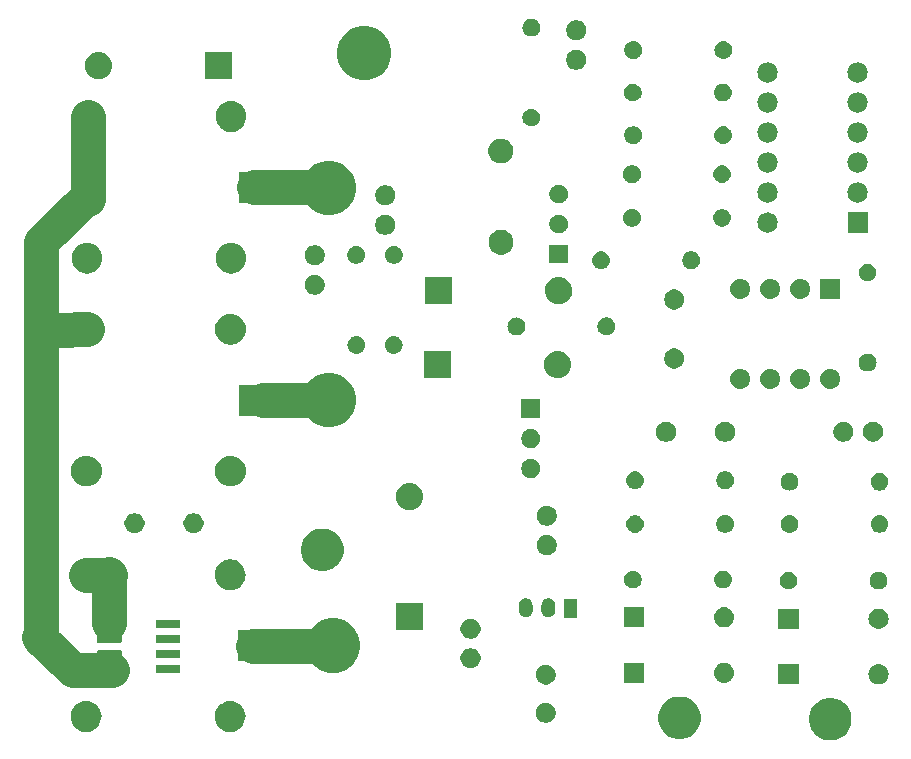
<source format=gbr>
G04 #@! TF.GenerationSoftware,KiCad,Pcbnew,5.1.4-e60b266~84~ubuntu18.04.1*
G04 #@! TF.CreationDate,2019-11-15T12:41:15-03:00*
G04 #@! TF.ProjectId,DriverConSensor,44726976-6572-4436-9f6e-53656e736f72,Ribelotta-Perren*
G04 #@! TF.SameCoordinates,Original*
G04 #@! TF.FileFunction,Soldermask,Bot*
G04 #@! TF.FilePolarity,Negative*
%FSLAX46Y46*%
G04 Gerber Fmt 4.6, Leading zero omitted, Abs format (unit mm)*
G04 Created by KiCad (PCBNEW 5.1.4-e60b266~84~ubuntu18.04.1) date 2019-11-15 12:41:15*
%MOMM*%
%LPD*%
G04 APERTURE LIST*
%ADD10C,3.000000*%
%ADD11C,0.100000*%
G04 APERTURE END LIST*
D10*
X73525000Y-86775000D02*
X71500000Y-86775000D01*
X73500000Y-90900000D02*
X73500000Y-86725000D01*
X85675000Y-92800000D02*
X91975000Y-92800000D01*
X69225000Y-66025000D02*
X71625000Y-66000000D01*
X85750000Y-53950000D02*
X91250000Y-53975000D01*
X86475000Y-71975000D02*
X91125000Y-71975000D01*
X70450000Y-94850000D02*
X73750000Y-94850000D01*
X67575000Y-92050000D02*
X70325000Y-94750000D01*
X71650000Y-55000000D02*
X71650000Y-48025000D01*
X67700000Y-58650000D02*
X71650000Y-54725000D01*
X67750000Y-92275000D02*
X67725000Y-59150000D01*
D11*
G36*
X134751905Y-97208789D02*
G01*
X135050350Y-97268153D01*
X135378122Y-97403921D01*
X135673109Y-97601025D01*
X135923975Y-97851891D01*
X136121079Y-98146878D01*
X136256847Y-98474650D01*
X136326060Y-98822611D01*
X136326060Y-99177389D01*
X136256847Y-99525350D01*
X136121079Y-99853122D01*
X135923975Y-100148109D01*
X135673109Y-100398975D01*
X135378122Y-100596079D01*
X135050350Y-100731847D01*
X134751905Y-100791211D01*
X134702390Y-100801060D01*
X134347610Y-100801060D01*
X134298095Y-100791211D01*
X133999650Y-100731847D01*
X133671878Y-100596079D01*
X133376891Y-100398975D01*
X133126025Y-100148109D01*
X132928921Y-99853122D01*
X132793153Y-99525350D01*
X132723940Y-99177389D01*
X132723940Y-98822611D01*
X132793153Y-98474650D01*
X132928921Y-98146878D01*
X133126025Y-97851891D01*
X133376891Y-97601025D01*
X133671878Y-97403921D01*
X133999650Y-97268153D01*
X134298095Y-97208789D01*
X134347610Y-97198940D01*
X134702390Y-97198940D01*
X134751905Y-97208789D01*
X134751905Y-97208789D01*
G37*
G36*
X122001905Y-97108789D02*
G01*
X122300350Y-97168153D01*
X122628122Y-97303921D01*
X122923109Y-97501025D01*
X123173975Y-97751891D01*
X123371079Y-98046878D01*
X123506847Y-98374650D01*
X123576060Y-98722611D01*
X123576060Y-99077389D01*
X123506847Y-99425350D01*
X123371079Y-99753122D01*
X123173975Y-100048109D01*
X122923109Y-100298975D01*
X122628122Y-100496079D01*
X122300350Y-100631847D01*
X122001905Y-100691211D01*
X121952390Y-100701060D01*
X121597610Y-100701060D01*
X121548095Y-100691211D01*
X121249650Y-100631847D01*
X120921878Y-100496079D01*
X120626891Y-100298975D01*
X120376025Y-100048109D01*
X120178921Y-99753122D01*
X120043153Y-99425350D01*
X119973940Y-99077389D01*
X119973940Y-98722611D01*
X120043153Y-98374650D01*
X120178921Y-98046878D01*
X120376025Y-97751891D01*
X120626891Y-97501025D01*
X120921878Y-97303921D01*
X121249650Y-97168153D01*
X121548095Y-97108789D01*
X121597610Y-97098940D01*
X121952390Y-97098940D01*
X122001905Y-97108789D01*
X122001905Y-97108789D01*
G37*
G36*
X83884473Y-97483413D02*
G01*
X83980040Y-97492825D01*
X84225280Y-97567218D01*
X84225282Y-97567219D01*
X84288530Y-97601026D01*
X84451294Y-97688025D01*
X84485932Y-97716452D01*
X84649397Y-97850603D01*
X84769624Y-97997101D01*
X84811975Y-98048706D01*
X84932782Y-98274720D01*
X85007175Y-98519960D01*
X85032294Y-98775000D01*
X85007175Y-99030040D01*
X84932782Y-99275280D01*
X84811975Y-99501294D01*
X84769624Y-99552899D01*
X84649397Y-99699397D01*
X84502899Y-99819624D01*
X84451294Y-99861975D01*
X84225280Y-99982782D01*
X83980040Y-100057175D01*
X83884472Y-100066588D01*
X83788906Y-100076000D01*
X83661094Y-100076000D01*
X83565527Y-100066587D01*
X83469960Y-100057175D01*
X83224720Y-99982782D01*
X82998706Y-99861975D01*
X82947101Y-99819624D01*
X82800603Y-99699397D01*
X82680376Y-99552899D01*
X82638025Y-99501294D01*
X82517218Y-99275280D01*
X82442825Y-99030040D01*
X82417706Y-98775000D01*
X82442825Y-98519960D01*
X82517218Y-98274720D01*
X82638025Y-98048706D01*
X82680376Y-97997101D01*
X82800603Y-97850603D01*
X82964068Y-97716452D01*
X82998706Y-97688025D01*
X83161470Y-97601026D01*
X83224718Y-97567219D01*
X83224720Y-97567218D01*
X83469960Y-97492825D01*
X83565527Y-97483413D01*
X83661094Y-97474000D01*
X83788906Y-97474000D01*
X83884473Y-97483413D01*
X83884473Y-97483413D01*
G37*
G36*
X71684473Y-97483413D02*
G01*
X71780040Y-97492825D01*
X72025280Y-97567218D01*
X72025282Y-97567219D01*
X72088530Y-97601026D01*
X72251294Y-97688025D01*
X72285932Y-97716452D01*
X72449397Y-97850603D01*
X72569624Y-97997101D01*
X72611975Y-98048706D01*
X72732782Y-98274720D01*
X72807175Y-98519960D01*
X72832294Y-98775000D01*
X72807175Y-99030040D01*
X72732782Y-99275280D01*
X72611975Y-99501294D01*
X72569624Y-99552899D01*
X72449397Y-99699397D01*
X72302899Y-99819624D01*
X72251294Y-99861975D01*
X72025280Y-99982782D01*
X71780040Y-100057175D01*
X71684472Y-100066588D01*
X71588906Y-100076000D01*
X71461094Y-100076000D01*
X71365527Y-100066587D01*
X71269960Y-100057175D01*
X71024720Y-99982782D01*
X70798706Y-99861975D01*
X70747101Y-99819624D01*
X70600603Y-99699397D01*
X70480376Y-99552899D01*
X70438025Y-99501294D01*
X70317218Y-99275280D01*
X70242825Y-99030040D01*
X70217706Y-98775000D01*
X70242825Y-98519960D01*
X70317218Y-98274720D01*
X70438025Y-98048706D01*
X70480376Y-97997101D01*
X70600603Y-97850603D01*
X70764068Y-97716452D01*
X70798706Y-97688025D01*
X70961470Y-97601026D01*
X71024718Y-97567219D01*
X71024720Y-97567218D01*
X71269960Y-97492825D01*
X71365527Y-97483413D01*
X71461094Y-97474000D01*
X71588906Y-97474000D01*
X71684473Y-97483413D01*
X71684473Y-97483413D01*
G37*
G36*
X110685928Y-97652303D02*
G01*
X110840800Y-97716453D01*
X110980181Y-97809585D01*
X111098715Y-97928119D01*
X111191847Y-98067500D01*
X111255997Y-98222372D01*
X111288700Y-98386784D01*
X111288700Y-98554416D01*
X111255997Y-98718828D01*
X111191847Y-98873700D01*
X111098715Y-99013081D01*
X110980181Y-99131615D01*
X110840800Y-99224747D01*
X110685928Y-99288897D01*
X110521516Y-99321600D01*
X110353884Y-99321600D01*
X110189472Y-99288897D01*
X110034600Y-99224747D01*
X109895219Y-99131615D01*
X109776685Y-99013081D01*
X109683553Y-98873700D01*
X109619403Y-98718828D01*
X109586700Y-98554416D01*
X109586700Y-98386784D01*
X109619403Y-98222372D01*
X109683553Y-98067500D01*
X109776685Y-97928119D01*
X109895219Y-97809585D01*
X110034600Y-97716453D01*
X110189472Y-97652303D01*
X110353884Y-97619600D01*
X110521516Y-97619600D01*
X110685928Y-97652303D01*
X110685928Y-97652303D01*
G37*
G36*
X110685928Y-94413803D02*
G01*
X110840800Y-94477953D01*
X110980181Y-94571085D01*
X111098715Y-94689619D01*
X111191847Y-94829000D01*
X111255997Y-94983872D01*
X111288700Y-95148284D01*
X111288700Y-95315916D01*
X111255997Y-95480328D01*
X111191847Y-95635200D01*
X111098715Y-95774581D01*
X110980181Y-95893115D01*
X110840800Y-95986247D01*
X110685928Y-96050397D01*
X110521516Y-96083100D01*
X110353884Y-96083100D01*
X110189472Y-96050397D01*
X110034600Y-95986247D01*
X109895219Y-95893115D01*
X109776685Y-95774581D01*
X109683553Y-95635200D01*
X109619403Y-95480328D01*
X109586700Y-95315916D01*
X109586700Y-95148284D01*
X109619403Y-94983872D01*
X109683553Y-94829000D01*
X109776685Y-94689619D01*
X109895219Y-94571085D01*
X110034600Y-94477953D01*
X110189472Y-94413803D01*
X110353884Y-94381100D01*
X110521516Y-94381100D01*
X110685928Y-94413803D01*
X110685928Y-94413803D01*
G37*
G36*
X138786823Y-94361313D02*
G01*
X138947242Y-94409976D01*
X139007826Y-94442359D01*
X139095078Y-94488996D01*
X139224659Y-94595341D01*
X139331004Y-94724922D01*
X139331005Y-94724924D01*
X139410024Y-94872758D01*
X139458687Y-95033177D01*
X139475117Y-95200000D01*
X139458687Y-95366823D01*
X139410024Y-95527242D01*
X139352321Y-95635197D01*
X139331004Y-95675078D01*
X139224659Y-95804659D01*
X139095078Y-95911004D01*
X139095076Y-95911005D01*
X138947242Y-95990024D01*
X138786823Y-96038687D01*
X138661804Y-96051000D01*
X138578196Y-96051000D01*
X138453177Y-96038687D01*
X138292758Y-95990024D01*
X138144924Y-95911005D01*
X138144922Y-95911004D01*
X138015341Y-95804659D01*
X137908996Y-95675078D01*
X137887679Y-95635197D01*
X137829976Y-95527242D01*
X137781313Y-95366823D01*
X137764883Y-95200000D01*
X137781313Y-95033177D01*
X137829976Y-94872758D01*
X137908995Y-94724924D01*
X137908996Y-94724922D01*
X138015341Y-94595341D01*
X138144922Y-94488996D01*
X138232174Y-94442359D01*
X138292758Y-94409976D01*
X138453177Y-94361313D01*
X138578196Y-94349000D01*
X138661804Y-94349000D01*
X138786823Y-94361313D01*
X138786823Y-94361313D01*
G37*
G36*
X131851000Y-96051000D02*
G01*
X130149000Y-96051000D01*
X130149000Y-94349000D01*
X131851000Y-94349000D01*
X131851000Y-96051000D01*
X131851000Y-96051000D01*
G37*
G36*
X118776000Y-95926000D02*
G01*
X117074000Y-95926000D01*
X117074000Y-94224000D01*
X118776000Y-94224000D01*
X118776000Y-95926000D01*
X118776000Y-95926000D01*
G37*
G36*
X125711823Y-94236313D02*
G01*
X125872242Y-94284976D01*
X125992022Y-94349000D01*
X126020078Y-94363996D01*
X126149659Y-94470341D01*
X126256004Y-94599922D01*
X126256005Y-94599924D01*
X126335024Y-94747758D01*
X126383687Y-94908177D01*
X126400117Y-95075000D01*
X126383687Y-95241823D01*
X126335024Y-95402242D01*
X126268212Y-95527239D01*
X126256004Y-95550078D01*
X126149659Y-95679659D01*
X126020078Y-95786004D01*
X126020076Y-95786005D01*
X125872242Y-95865024D01*
X125711823Y-95913687D01*
X125586804Y-95926000D01*
X125503196Y-95926000D01*
X125378177Y-95913687D01*
X125217758Y-95865024D01*
X125069924Y-95786005D01*
X125069922Y-95786004D01*
X124940341Y-95679659D01*
X124833996Y-95550078D01*
X124821788Y-95527239D01*
X124754976Y-95402242D01*
X124706313Y-95241823D01*
X124689883Y-95075000D01*
X124706313Y-94908177D01*
X124754976Y-94747758D01*
X124833995Y-94599924D01*
X124833996Y-94599922D01*
X124940341Y-94470341D01*
X125069922Y-94363996D01*
X125097978Y-94349000D01*
X125217758Y-94284976D01*
X125378177Y-94236313D01*
X125503196Y-94224000D01*
X125586804Y-94224000D01*
X125711823Y-94236313D01*
X125711823Y-94236313D01*
G37*
G36*
X79384928Y-94431764D02*
G01*
X79406009Y-94438160D01*
X79425445Y-94448548D01*
X79442476Y-94462524D01*
X79456452Y-94479555D01*
X79466840Y-94498991D01*
X79473236Y-94520072D01*
X79476000Y-94548140D01*
X79476000Y-95011860D01*
X79473236Y-95039928D01*
X79466840Y-95061009D01*
X79456452Y-95080445D01*
X79442476Y-95097476D01*
X79425445Y-95111452D01*
X79406009Y-95121840D01*
X79384928Y-95128236D01*
X79356860Y-95131000D01*
X77543140Y-95131000D01*
X77515072Y-95128236D01*
X77493991Y-95121840D01*
X77474555Y-95111452D01*
X77457524Y-95097476D01*
X77443548Y-95080445D01*
X77433160Y-95061009D01*
X77426764Y-95039928D01*
X77424000Y-95011860D01*
X77424000Y-94548140D01*
X77426764Y-94520072D01*
X77433160Y-94498991D01*
X77443548Y-94479555D01*
X77457524Y-94462524D01*
X77474555Y-94448548D01*
X77493991Y-94438160D01*
X77515072Y-94431764D01*
X77543140Y-94429000D01*
X79356860Y-94429000D01*
X79384928Y-94431764D01*
X79384928Y-94431764D01*
G37*
G36*
X74434928Y-94431764D02*
G01*
X74456009Y-94438160D01*
X74475445Y-94448548D01*
X74492476Y-94462524D01*
X74506452Y-94479555D01*
X74516840Y-94498991D01*
X74523236Y-94520072D01*
X74526000Y-94548140D01*
X74526000Y-95011860D01*
X74523236Y-95039928D01*
X74516840Y-95061009D01*
X74506452Y-95080445D01*
X74492476Y-95097476D01*
X74475445Y-95111452D01*
X74456009Y-95121840D01*
X74434928Y-95128236D01*
X74406860Y-95131000D01*
X72593140Y-95131000D01*
X72565072Y-95128236D01*
X72543991Y-95121840D01*
X72524555Y-95111452D01*
X72507524Y-95097476D01*
X72493548Y-95080445D01*
X72483160Y-95061009D01*
X72476764Y-95039928D01*
X72474000Y-95011860D01*
X72474000Y-94548140D01*
X72476764Y-94520072D01*
X72483160Y-94498991D01*
X72493548Y-94479555D01*
X72507524Y-94462524D01*
X72524555Y-94448548D01*
X72543991Y-94438160D01*
X72565072Y-94431764D01*
X72593140Y-94429000D01*
X74406860Y-94429000D01*
X74434928Y-94431764D01*
X74434928Y-94431764D01*
G37*
G36*
X93096304Y-90562002D02*
G01*
X93495463Y-90727339D01*
X93515141Y-90735490D01*
X93622940Y-90807519D01*
X93892082Y-90987354D01*
X94212646Y-91307918D01*
X94296768Y-91433816D01*
X94406626Y-91598229D01*
X94464511Y-91684861D01*
X94637998Y-92103696D01*
X94726440Y-92548327D01*
X94726440Y-93001673D01*
X94637998Y-93446304D01*
X94464511Y-93865139D01*
X94212646Y-94242082D01*
X93892082Y-94562646D01*
X93829443Y-94604500D01*
X93515141Y-94814510D01*
X93515140Y-94814511D01*
X93515139Y-94814511D01*
X93096304Y-94987998D01*
X92651673Y-95076440D01*
X92198327Y-95076440D01*
X91753696Y-94987998D01*
X91334861Y-94814511D01*
X91334860Y-94814511D01*
X91334859Y-94814510D01*
X91020557Y-94604500D01*
X90957918Y-94562646D01*
X90637354Y-94242082D01*
X90385489Y-93865139D01*
X90212002Y-93446304D01*
X90123560Y-93001673D01*
X90123560Y-92548327D01*
X90212002Y-92103696D01*
X90385489Y-91684861D01*
X90443375Y-91598229D01*
X90553232Y-91433816D01*
X90637354Y-91307918D01*
X90957918Y-90987354D01*
X91227060Y-90807519D01*
X91334859Y-90735490D01*
X91354537Y-90727339D01*
X91753696Y-90562002D01*
X92198327Y-90473560D01*
X92651673Y-90473560D01*
X93096304Y-90562002D01*
X93096304Y-90562002D01*
G37*
G36*
X104323228Y-93031703D02*
G01*
X104478100Y-93095853D01*
X104617481Y-93188985D01*
X104736015Y-93307519D01*
X104829147Y-93446900D01*
X104893297Y-93601772D01*
X104926000Y-93766184D01*
X104926000Y-93933816D01*
X104893297Y-94098228D01*
X104829147Y-94253100D01*
X104736015Y-94392481D01*
X104617481Y-94511015D01*
X104478100Y-94604147D01*
X104323228Y-94668297D01*
X104158816Y-94701000D01*
X103991184Y-94701000D01*
X103826772Y-94668297D01*
X103671900Y-94604147D01*
X103532519Y-94511015D01*
X103413985Y-94392481D01*
X103320853Y-94253100D01*
X103256703Y-94098228D01*
X103224000Y-93933816D01*
X103224000Y-93766184D01*
X103256703Y-93601772D01*
X103320853Y-93446900D01*
X103413985Y-93307519D01*
X103532519Y-93188985D01*
X103671900Y-93095853D01*
X103826772Y-93031703D01*
X103991184Y-92999000D01*
X104158816Y-92999000D01*
X104323228Y-93031703D01*
X104323228Y-93031703D01*
G37*
G36*
X87026000Y-94076000D02*
G01*
X84424000Y-94076000D01*
X84424000Y-91474000D01*
X87026000Y-91474000D01*
X87026000Y-94076000D01*
X87026000Y-94076000D01*
G37*
G36*
X79384928Y-93161764D02*
G01*
X79406009Y-93168160D01*
X79425445Y-93178548D01*
X79442476Y-93192524D01*
X79456452Y-93209555D01*
X79466840Y-93228991D01*
X79473236Y-93250072D01*
X79476000Y-93278140D01*
X79476000Y-93741860D01*
X79473236Y-93769928D01*
X79466840Y-93791009D01*
X79456452Y-93810445D01*
X79442476Y-93827476D01*
X79425445Y-93841452D01*
X79406009Y-93851840D01*
X79384928Y-93858236D01*
X79356860Y-93861000D01*
X77543140Y-93861000D01*
X77515072Y-93858236D01*
X77493991Y-93851840D01*
X77474555Y-93841452D01*
X77457524Y-93827476D01*
X77443548Y-93810445D01*
X77433160Y-93791009D01*
X77426764Y-93769928D01*
X77424000Y-93741860D01*
X77424000Y-93278140D01*
X77426764Y-93250072D01*
X77433160Y-93228991D01*
X77443548Y-93209555D01*
X77457524Y-93192524D01*
X77474555Y-93178548D01*
X77493991Y-93168160D01*
X77515072Y-93161764D01*
X77543140Y-93159000D01*
X79356860Y-93159000D01*
X79384928Y-93161764D01*
X79384928Y-93161764D01*
G37*
G36*
X74434928Y-93161764D02*
G01*
X74456009Y-93168160D01*
X74475445Y-93178548D01*
X74492476Y-93192524D01*
X74506452Y-93209555D01*
X74516840Y-93228991D01*
X74523236Y-93250072D01*
X74526000Y-93278140D01*
X74526000Y-93741860D01*
X74523236Y-93769928D01*
X74516840Y-93791009D01*
X74506452Y-93810445D01*
X74492476Y-93827476D01*
X74475445Y-93841452D01*
X74456009Y-93851840D01*
X74434928Y-93858236D01*
X74406860Y-93861000D01*
X72593140Y-93861000D01*
X72565072Y-93858236D01*
X72543991Y-93851840D01*
X72524555Y-93841452D01*
X72507524Y-93827476D01*
X72493548Y-93810445D01*
X72483160Y-93791009D01*
X72476764Y-93769928D01*
X72474000Y-93741860D01*
X72474000Y-93278140D01*
X72476764Y-93250072D01*
X72483160Y-93228991D01*
X72493548Y-93209555D01*
X72507524Y-93192524D01*
X72524555Y-93178548D01*
X72543991Y-93168160D01*
X72565072Y-93161764D01*
X72593140Y-93159000D01*
X74406860Y-93159000D01*
X74434928Y-93161764D01*
X74434928Y-93161764D01*
G37*
G36*
X79384928Y-91891764D02*
G01*
X79406009Y-91898160D01*
X79425445Y-91908548D01*
X79442476Y-91922524D01*
X79456452Y-91939555D01*
X79466840Y-91958991D01*
X79473236Y-91980072D01*
X79476000Y-92008140D01*
X79476000Y-92471860D01*
X79473236Y-92499928D01*
X79466840Y-92521009D01*
X79456452Y-92540445D01*
X79442476Y-92557476D01*
X79425445Y-92571452D01*
X79406009Y-92581840D01*
X79384928Y-92588236D01*
X79356860Y-92591000D01*
X77543140Y-92591000D01*
X77515072Y-92588236D01*
X77493991Y-92581840D01*
X77474555Y-92571452D01*
X77457524Y-92557476D01*
X77443548Y-92540445D01*
X77433160Y-92521009D01*
X77426764Y-92499928D01*
X77424000Y-92471860D01*
X77424000Y-92008140D01*
X77426764Y-91980072D01*
X77433160Y-91958991D01*
X77443548Y-91939555D01*
X77457524Y-91922524D01*
X77474555Y-91908548D01*
X77493991Y-91898160D01*
X77515072Y-91891764D01*
X77543140Y-91889000D01*
X79356860Y-91889000D01*
X79384928Y-91891764D01*
X79384928Y-91891764D01*
G37*
G36*
X74434928Y-91891764D02*
G01*
X74456009Y-91898160D01*
X74475445Y-91908548D01*
X74492476Y-91922524D01*
X74506452Y-91939555D01*
X74516840Y-91958991D01*
X74523236Y-91980072D01*
X74526000Y-92008140D01*
X74526000Y-92471860D01*
X74523236Y-92499928D01*
X74516840Y-92521009D01*
X74506452Y-92540445D01*
X74492476Y-92557476D01*
X74475445Y-92571452D01*
X74456009Y-92581840D01*
X74434928Y-92588236D01*
X74406860Y-92591000D01*
X72593140Y-92591000D01*
X72565072Y-92588236D01*
X72543991Y-92581840D01*
X72524555Y-92571452D01*
X72507524Y-92557476D01*
X72493548Y-92540445D01*
X72483160Y-92521009D01*
X72476764Y-92499928D01*
X72474000Y-92471860D01*
X72474000Y-92008140D01*
X72476764Y-91980072D01*
X72483160Y-91958991D01*
X72493548Y-91939555D01*
X72507524Y-91922524D01*
X72524555Y-91908548D01*
X72543991Y-91898160D01*
X72565072Y-91891764D01*
X72593140Y-91889000D01*
X74406860Y-91889000D01*
X74434928Y-91891764D01*
X74434928Y-91891764D01*
G37*
G36*
X104323228Y-90531703D02*
G01*
X104478100Y-90595853D01*
X104617481Y-90688985D01*
X104736015Y-90807519D01*
X104829147Y-90946900D01*
X104893297Y-91101772D01*
X104926000Y-91266184D01*
X104926000Y-91433816D01*
X104893297Y-91598228D01*
X104829147Y-91753100D01*
X104736015Y-91892481D01*
X104617481Y-92011015D01*
X104478100Y-92104147D01*
X104323228Y-92168297D01*
X104158816Y-92201000D01*
X103991184Y-92201000D01*
X103826772Y-92168297D01*
X103671900Y-92104147D01*
X103532519Y-92011015D01*
X103413985Y-91892481D01*
X103320853Y-91753100D01*
X103256703Y-91598228D01*
X103224000Y-91433816D01*
X103224000Y-91266184D01*
X103256703Y-91101772D01*
X103320853Y-90946900D01*
X103413985Y-90807519D01*
X103532519Y-90688985D01*
X103671900Y-90595853D01*
X103826772Y-90531703D01*
X103991184Y-90499000D01*
X104158816Y-90499000D01*
X104323228Y-90531703D01*
X104323228Y-90531703D01*
G37*
G36*
X100076000Y-91486000D02*
G01*
X97774000Y-91486000D01*
X97774000Y-89184000D01*
X100076000Y-89184000D01*
X100076000Y-91486000D01*
X100076000Y-91486000D01*
G37*
G36*
X138786823Y-89661313D02*
G01*
X138947242Y-89709976D01*
X139060177Y-89770341D01*
X139095078Y-89788996D01*
X139224659Y-89895341D01*
X139331004Y-90024922D01*
X139331005Y-90024924D01*
X139410024Y-90172758D01*
X139458687Y-90333177D01*
X139475117Y-90500000D01*
X139458687Y-90666823D01*
X139410024Y-90827242D01*
X139346065Y-90946900D01*
X139331004Y-90975078D01*
X139224659Y-91104659D01*
X139095078Y-91211004D01*
X139095076Y-91211005D01*
X138947242Y-91290024D01*
X138786823Y-91338687D01*
X138661804Y-91351000D01*
X138578196Y-91351000D01*
X138453177Y-91338687D01*
X138292758Y-91290024D01*
X138144924Y-91211005D01*
X138144922Y-91211004D01*
X138015341Y-91104659D01*
X137908996Y-90975078D01*
X137893935Y-90946900D01*
X137829976Y-90827242D01*
X137781313Y-90666823D01*
X137764883Y-90500000D01*
X137781313Y-90333177D01*
X137829976Y-90172758D01*
X137908995Y-90024924D01*
X137908996Y-90024922D01*
X138015341Y-89895341D01*
X138144922Y-89788996D01*
X138179823Y-89770341D01*
X138292758Y-89709976D01*
X138453177Y-89661313D01*
X138578196Y-89649000D01*
X138661804Y-89649000D01*
X138786823Y-89661313D01*
X138786823Y-89661313D01*
G37*
G36*
X131851000Y-91351000D02*
G01*
X130149000Y-91351000D01*
X130149000Y-89649000D01*
X131851000Y-89649000D01*
X131851000Y-91351000D01*
X131851000Y-91351000D01*
G37*
G36*
X74434928Y-90621764D02*
G01*
X74456009Y-90628160D01*
X74475445Y-90638548D01*
X74492476Y-90652524D01*
X74506452Y-90669555D01*
X74516840Y-90688991D01*
X74523236Y-90710072D01*
X74526000Y-90738140D01*
X74526000Y-91201860D01*
X74523236Y-91229928D01*
X74516840Y-91251009D01*
X74506452Y-91270445D01*
X74492476Y-91287476D01*
X74475445Y-91301452D01*
X74456009Y-91311840D01*
X74434928Y-91318236D01*
X74406860Y-91321000D01*
X72593140Y-91321000D01*
X72565072Y-91318236D01*
X72543991Y-91311840D01*
X72524555Y-91301452D01*
X72507524Y-91287476D01*
X72493548Y-91270445D01*
X72483160Y-91251009D01*
X72476764Y-91229928D01*
X72474000Y-91201860D01*
X72474000Y-90738140D01*
X72476764Y-90710072D01*
X72483160Y-90688991D01*
X72493548Y-90669555D01*
X72507524Y-90652524D01*
X72524555Y-90638548D01*
X72543991Y-90628160D01*
X72565072Y-90621764D01*
X72593140Y-90619000D01*
X74406860Y-90619000D01*
X74434928Y-90621764D01*
X74434928Y-90621764D01*
G37*
G36*
X79384928Y-90621764D02*
G01*
X79406009Y-90628160D01*
X79425445Y-90638548D01*
X79442476Y-90652524D01*
X79456452Y-90669555D01*
X79466840Y-90688991D01*
X79473236Y-90710072D01*
X79476000Y-90738140D01*
X79476000Y-91201860D01*
X79473236Y-91229928D01*
X79466840Y-91251009D01*
X79456452Y-91270445D01*
X79442476Y-91287476D01*
X79425445Y-91301452D01*
X79406009Y-91311840D01*
X79384928Y-91318236D01*
X79356860Y-91321000D01*
X77543140Y-91321000D01*
X77515072Y-91318236D01*
X77493991Y-91311840D01*
X77474555Y-91301452D01*
X77457524Y-91287476D01*
X77443548Y-91270445D01*
X77433160Y-91251009D01*
X77426764Y-91229928D01*
X77424000Y-91201860D01*
X77424000Y-90738140D01*
X77426764Y-90710072D01*
X77433160Y-90688991D01*
X77443548Y-90669555D01*
X77457524Y-90652524D01*
X77474555Y-90638548D01*
X77493991Y-90628160D01*
X77515072Y-90621764D01*
X77543140Y-90619000D01*
X79356860Y-90619000D01*
X79384928Y-90621764D01*
X79384928Y-90621764D01*
G37*
G36*
X125711823Y-89536313D02*
G01*
X125872242Y-89584976D01*
X125992022Y-89649000D01*
X126020078Y-89663996D01*
X126149659Y-89770341D01*
X126256004Y-89899922D01*
X126256005Y-89899924D01*
X126335024Y-90047758D01*
X126383687Y-90208177D01*
X126400117Y-90375000D01*
X126383687Y-90541823D01*
X126335024Y-90702242D01*
X126285711Y-90794500D01*
X126256004Y-90850078D01*
X126149659Y-90979659D01*
X126020078Y-91086004D01*
X126020076Y-91086005D01*
X125872242Y-91165024D01*
X125711823Y-91213687D01*
X125586804Y-91226000D01*
X125503196Y-91226000D01*
X125378177Y-91213687D01*
X125217758Y-91165024D01*
X125069924Y-91086005D01*
X125069922Y-91086004D01*
X124940341Y-90979659D01*
X124833996Y-90850078D01*
X124804289Y-90794500D01*
X124754976Y-90702242D01*
X124706313Y-90541823D01*
X124689883Y-90375000D01*
X124706313Y-90208177D01*
X124754976Y-90047758D01*
X124833995Y-89899924D01*
X124833996Y-89899922D01*
X124940341Y-89770341D01*
X125069922Y-89663996D01*
X125097978Y-89649000D01*
X125217758Y-89584976D01*
X125378177Y-89536313D01*
X125503196Y-89524000D01*
X125586804Y-89524000D01*
X125711823Y-89536313D01*
X125711823Y-89536313D01*
G37*
G36*
X118776000Y-91226000D02*
G01*
X117074000Y-91226000D01*
X117074000Y-89524000D01*
X118776000Y-89524000D01*
X118776000Y-91226000D01*
X118776000Y-91226000D01*
G37*
G36*
X113123300Y-90426800D02*
G01*
X111971300Y-90426800D01*
X111971300Y-88824800D01*
X113123300Y-88824800D01*
X113123300Y-90426800D01*
X113123300Y-90426800D01*
G37*
G36*
X110767916Y-88782334D02*
G01*
X110876492Y-88815271D01*
X110876495Y-88815272D01*
X110894320Y-88824800D01*
X110976557Y-88868756D01*
X111064264Y-88940736D01*
X111136244Y-89028443D01*
X111170429Y-89092399D01*
X111189728Y-89128505D01*
X111189729Y-89128508D01*
X111222666Y-89237084D01*
X111231000Y-89321703D01*
X111231000Y-89828298D01*
X111222666Y-89912916D01*
X111189729Y-90021491D01*
X111189728Y-90021495D01*
X111187896Y-90024922D01*
X111136244Y-90121557D01*
X111064264Y-90209264D01*
X110976556Y-90281244D01*
X110912600Y-90315429D01*
X110876494Y-90334728D01*
X110876491Y-90334729D01*
X110767915Y-90367666D01*
X110655000Y-90378787D01*
X110542084Y-90367666D01*
X110433508Y-90334729D01*
X110433505Y-90334728D01*
X110397399Y-90315429D01*
X110333443Y-90281244D01*
X110245736Y-90209264D01*
X110173756Y-90121556D01*
X110134311Y-90047758D01*
X110120272Y-90021494D01*
X110120271Y-90021491D01*
X110087334Y-89912915D01*
X110079000Y-89828297D01*
X110079000Y-89321702D01*
X110087334Y-89237084D01*
X110120271Y-89128508D01*
X110120272Y-89128505D01*
X110173756Y-89028445D01*
X110173757Y-89028443D01*
X110245737Y-88940736D01*
X110333444Y-88868756D01*
X110415681Y-88824800D01*
X110433506Y-88815272D01*
X110433509Y-88815271D01*
X110542085Y-88782334D01*
X110655000Y-88771213D01*
X110767916Y-88782334D01*
X110767916Y-88782334D01*
G37*
G36*
X108862916Y-88782334D02*
G01*
X108971492Y-88815271D01*
X108971495Y-88815272D01*
X108989320Y-88824800D01*
X109071557Y-88868756D01*
X109159264Y-88940736D01*
X109231244Y-89028443D01*
X109265429Y-89092399D01*
X109284728Y-89128505D01*
X109284729Y-89128508D01*
X109317666Y-89237084D01*
X109326000Y-89321703D01*
X109326000Y-89828298D01*
X109317666Y-89912916D01*
X109284729Y-90021491D01*
X109284728Y-90021495D01*
X109282896Y-90024922D01*
X109231244Y-90121557D01*
X109159264Y-90209264D01*
X109071556Y-90281244D01*
X109007600Y-90315429D01*
X108971494Y-90334728D01*
X108971491Y-90334729D01*
X108862915Y-90367666D01*
X108750000Y-90378787D01*
X108637084Y-90367666D01*
X108528508Y-90334729D01*
X108528505Y-90334728D01*
X108492399Y-90315429D01*
X108428443Y-90281244D01*
X108340736Y-90209264D01*
X108268756Y-90121556D01*
X108229311Y-90047758D01*
X108215272Y-90021494D01*
X108215271Y-90021491D01*
X108182334Y-89912915D01*
X108174000Y-89828297D01*
X108174000Y-89321702D01*
X108182334Y-89237084D01*
X108215271Y-89128508D01*
X108215272Y-89128505D01*
X108268756Y-89028445D01*
X108268757Y-89028443D01*
X108340737Y-88940736D01*
X108428444Y-88868756D01*
X108510681Y-88824800D01*
X108528506Y-88815272D01*
X108528509Y-88815271D01*
X108637085Y-88782334D01*
X108750000Y-88771213D01*
X108862916Y-88782334D01*
X108862916Y-88782334D01*
G37*
G36*
X83884473Y-85483413D02*
G01*
X83980040Y-85492825D01*
X84225280Y-85567218D01*
X84451294Y-85688025D01*
X84502899Y-85730376D01*
X84649397Y-85850603D01*
X84769624Y-85997101D01*
X84811975Y-86048706D01*
X84932782Y-86274720D01*
X85007175Y-86519960D01*
X85032294Y-86775000D01*
X85007175Y-87030040D01*
X84940764Y-87248968D01*
X84932781Y-87275282D01*
X84893395Y-87348968D01*
X84811975Y-87501294D01*
X84769624Y-87552899D01*
X84649397Y-87699397D01*
X84523820Y-87802454D01*
X84451294Y-87861975D01*
X84225280Y-87982782D01*
X83980040Y-88057175D01*
X83884473Y-88066587D01*
X83788906Y-88076000D01*
X83661094Y-88076000D01*
X83565527Y-88066587D01*
X83469960Y-88057175D01*
X83224720Y-87982782D01*
X82998706Y-87861975D01*
X82926180Y-87802454D01*
X82800603Y-87699397D01*
X82680376Y-87552899D01*
X82638025Y-87501294D01*
X82556605Y-87348968D01*
X82517219Y-87275282D01*
X82509237Y-87248968D01*
X82442825Y-87030040D01*
X82417706Y-86775000D01*
X82442825Y-86519960D01*
X82517218Y-86274720D01*
X82638025Y-86048706D01*
X82680376Y-85997101D01*
X82800603Y-85850603D01*
X82947101Y-85730376D01*
X82998706Y-85688025D01*
X83224720Y-85567218D01*
X83469960Y-85492825D01*
X83565527Y-85483413D01*
X83661094Y-85474000D01*
X83788906Y-85474000D01*
X83884473Y-85483413D01*
X83884473Y-85483413D01*
G37*
G36*
X71684473Y-85483413D02*
G01*
X71780040Y-85492825D01*
X72025280Y-85567218D01*
X72251294Y-85688025D01*
X72302899Y-85730376D01*
X72449397Y-85850603D01*
X72569624Y-85997101D01*
X72611975Y-86048706D01*
X72732782Y-86274720D01*
X72807175Y-86519960D01*
X72832294Y-86775000D01*
X72807175Y-87030040D01*
X72740764Y-87248968D01*
X72732781Y-87275282D01*
X72693395Y-87348968D01*
X72611975Y-87501294D01*
X72569624Y-87552899D01*
X72449397Y-87699397D01*
X72323820Y-87802454D01*
X72251294Y-87861975D01*
X72025280Y-87982782D01*
X71780040Y-88057175D01*
X71684473Y-88066587D01*
X71588906Y-88076000D01*
X71461094Y-88076000D01*
X71365527Y-88066587D01*
X71269960Y-88057175D01*
X71024720Y-87982782D01*
X70798706Y-87861975D01*
X70726180Y-87802454D01*
X70600603Y-87699397D01*
X70480376Y-87552899D01*
X70438025Y-87501294D01*
X70356605Y-87348968D01*
X70317219Y-87275282D01*
X70309237Y-87248968D01*
X70242825Y-87030040D01*
X70217706Y-86775000D01*
X70242825Y-86519960D01*
X70317218Y-86274720D01*
X70438025Y-86048706D01*
X70480376Y-85997101D01*
X70600603Y-85850603D01*
X70747101Y-85730376D01*
X70798706Y-85688025D01*
X71024720Y-85567218D01*
X71269960Y-85492825D01*
X71365527Y-85483413D01*
X71461094Y-85474000D01*
X71588906Y-85474000D01*
X71684473Y-85483413D01*
X71684473Y-85483413D01*
G37*
G36*
X131219059Y-86552860D02*
G01*
X131279294Y-86577810D01*
X131355732Y-86609472D01*
X131478735Y-86691660D01*
X131583340Y-86796265D01*
X131643442Y-86886214D01*
X131665529Y-86919270D01*
X131722140Y-87055941D01*
X131751000Y-87201032D01*
X131751000Y-87348968D01*
X131722140Y-87494059D01*
X131680640Y-87594250D01*
X131665528Y-87630732D01*
X131583340Y-87753735D01*
X131478735Y-87858340D01*
X131355732Y-87940528D01*
X131355731Y-87940529D01*
X131355730Y-87940529D01*
X131219059Y-87997140D01*
X131073968Y-88026000D01*
X130926032Y-88026000D01*
X130780941Y-87997140D01*
X130644270Y-87940529D01*
X130644269Y-87940529D01*
X130644268Y-87940528D01*
X130521265Y-87858340D01*
X130416660Y-87753735D01*
X130334472Y-87630732D01*
X130319361Y-87594250D01*
X130277860Y-87494059D01*
X130249000Y-87348968D01*
X130249000Y-87201032D01*
X130277860Y-87055941D01*
X130334471Y-86919270D01*
X130356558Y-86886214D01*
X130416660Y-86796265D01*
X130521265Y-86691660D01*
X130644268Y-86609472D01*
X130720707Y-86577810D01*
X130780941Y-86552860D01*
X130926032Y-86524000D01*
X131073968Y-86524000D01*
X131219059Y-86552860D01*
X131219059Y-86552860D01*
G37*
G36*
X138693665Y-86527622D02*
G01*
X138767222Y-86534867D01*
X138908786Y-86577810D01*
X138908788Y-86577811D01*
X138934697Y-86591660D01*
X139039252Y-86647546D01*
X139069040Y-86671992D01*
X139153607Y-86741393D01*
X139217516Y-86819268D01*
X139247454Y-86855748D01*
X139317190Y-86986214D01*
X139360133Y-87127778D01*
X139374633Y-87275000D01*
X139360133Y-87422222D01*
X139317190Y-87563786D01*
X139317189Y-87563788D01*
X139282322Y-87629019D01*
X139247454Y-87694252D01*
X139235674Y-87708606D01*
X139153607Y-87808607D01*
X139093004Y-87858341D01*
X139039252Y-87902454D01*
X138908786Y-87972190D01*
X138767222Y-88015133D01*
X138693665Y-88022378D01*
X138656888Y-88026000D01*
X138583112Y-88026000D01*
X138546335Y-88022378D01*
X138472778Y-88015133D01*
X138331214Y-87972190D01*
X138200748Y-87902454D01*
X138146996Y-87858341D01*
X138086393Y-87808607D01*
X138004326Y-87708606D01*
X137992546Y-87694252D01*
X137957678Y-87629019D01*
X137922811Y-87563788D01*
X137922810Y-87563786D01*
X137879867Y-87422222D01*
X137865367Y-87275000D01*
X137879867Y-87127778D01*
X137922810Y-86986214D01*
X137992546Y-86855748D01*
X138022484Y-86819268D01*
X138086393Y-86741393D01*
X138170960Y-86671992D01*
X138200748Y-86647546D01*
X138305303Y-86591660D01*
X138331212Y-86577811D01*
X138331214Y-86577810D01*
X138472778Y-86534867D01*
X138546335Y-86527622D01*
X138583112Y-86524000D01*
X138656888Y-86524000D01*
X138693665Y-86527622D01*
X138693665Y-86527622D01*
G37*
G36*
X118044059Y-86452860D02*
G01*
X118104294Y-86477810D01*
X118180732Y-86509472D01*
X118303735Y-86591660D01*
X118408340Y-86696265D01*
X118460949Y-86775000D01*
X118490529Y-86819270D01*
X118547140Y-86955941D01*
X118576000Y-87101032D01*
X118576000Y-87248968D01*
X118547140Y-87394059D01*
X118502723Y-87501292D01*
X118490528Y-87530732D01*
X118408340Y-87653735D01*
X118303735Y-87758340D01*
X118180732Y-87840528D01*
X118180731Y-87840529D01*
X118180730Y-87840529D01*
X118044059Y-87897140D01*
X117898968Y-87926000D01*
X117751032Y-87926000D01*
X117605941Y-87897140D01*
X117469270Y-87840529D01*
X117469269Y-87840529D01*
X117469268Y-87840528D01*
X117346265Y-87758340D01*
X117241660Y-87653735D01*
X117159472Y-87530732D01*
X117147278Y-87501292D01*
X117102860Y-87394059D01*
X117074000Y-87248968D01*
X117074000Y-87101032D01*
X117102860Y-86955941D01*
X117159471Y-86819270D01*
X117189051Y-86775000D01*
X117241660Y-86696265D01*
X117346265Y-86591660D01*
X117469268Y-86509472D01*
X117545707Y-86477810D01*
X117605941Y-86452860D01*
X117751032Y-86424000D01*
X117898968Y-86424000D01*
X118044059Y-86452860D01*
X118044059Y-86452860D01*
G37*
G36*
X125518665Y-86427622D02*
G01*
X125592222Y-86434867D01*
X125733786Y-86477810D01*
X125864252Y-86547546D01*
X125870727Y-86552860D01*
X125978607Y-86641393D01*
X126048008Y-86725960D01*
X126072454Y-86755748D01*
X126072455Y-86755750D01*
X126125906Y-86855748D01*
X126142190Y-86886214D01*
X126185133Y-87027778D01*
X126199633Y-87175000D01*
X126185133Y-87322222D01*
X126154798Y-87422222D01*
X126142189Y-87463788D01*
X126122141Y-87501294D01*
X126072454Y-87594252D01*
X126048008Y-87624040D01*
X125978607Y-87708607D01*
X125918004Y-87758341D01*
X125864252Y-87802454D01*
X125864250Y-87802455D01*
X125759696Y-87858341D01*
X125733786Y-87872190D01*
X125592222Y-87915133D01*
X125518665Y-87922378D01*
X125481888Y-87926000D01*
X125408112Y-87926000D01*
X125371335Y-87922378D01*
X125297778Y-87915133D01*
X125156214Y-87872190D01*
X125130305Y-87858341D01*
X125025750Y-87802455D01*
X125025748Y-87802454D01*
X124971996Y-87758341D01*
X124911393Y-87708607D01*
X124841992Y-87624040D01*
X124817546Y-87594252D01*
X124767859Y-87501294D01*
X124747811Y-87463788D01*
X124735202Y-87422222D01*
X124704867Y-87322222D01*
X124690367Y-87175000D01*
X124704867Y-87027778D01*
X124747810Y-86886214D01*
X124764095Y-86855748D01*
X124817545Y-86755750D01*
X124817546Y-86755748D01*
X124841992Y-86725960D01*
X124911393Y-86641393D01*
X125019273Y-86552860D01*
X125025748Y-86547546D01*
X125156214Y-86477810D01*
X125297778Y-86434867D01*
X125371335Y-86427622D01*
X125408112Y-86424000D01*
X125481888Y-86424000D01*
X125518665Y-86427622D01*
X125518665Y-86427622D01*
G37*
G36*
X91751905Y-82883789D02*
G01*
X92050350Y-82943153D01*
X92378122Y-83078921D01*
X92673109Y-83276025D01*
X92923975Y-83526891D01*
X93121079Y-83821878D01*
X93256847Y-84149650D01*
X93326060Y-84497611D01*
X93326060Y-84852389D01*
X93256847Y-85200350D01*
X93121079Y-85528122D01*
X92923975Y-85823109D01*
X92673109Y-86073975D01*
X92378122Y-86271079D01*
X92050350Y-86406847D01*
X91751905Y-86466211D01*
X91702390Y-86476060D01*
X91347610Y-86476060D01*
X91298095Y-86466211D01*
X90999650Y-86406847D01*
X90671878Y-86271079D01*
X90376891Y-86073975D01*
X90126025Y-85823109D01*
X89928921Y-85528122D01*
X89793153Y-85200350D01*
X89723940Y-84852389D01*
X89723940Y-84497611D01*
X89793153Y-84149650D01*
X89928921Y-83821878D01*
X90126025Y-83526891D01*
X90376891Y-83276025D01*
X90671878Y-83078921D01*
X90999650Y-82943153D01*
X91298095Y-82883789D01*
X91347610Y-82873940D01*
X91702390Y-82873940D01*
X91751905Y-82883789D01*
X91751905Y-82883789D01*
G37*
G36*
X110773228Y-83456703D02*
G01*
X110928100Y-83520853D01*
X111067481Y-83613985D01*
X111186015Y-83732519D01*
X111279147Y-83871900D01*
X111343297Y-84026772D01*
X111376000Y-84191184D01*
X111376000Y-84358816D01*
X111343297Y-84523228D01*
X111279147Y-84678100D01*
X111186015Y-84817481D01*
X111067481Y-84936015D01*
X110928100Y-85029147D01*
X110773228Y-85093297D01*
X110608816Y-85126000D01*
X110441184Y-85126000D01*
X110276772Y-85093297D01*
X110121900Y-85029147D01*
X109982519Y-84936015D01*
X109863985Y-84817481D01*
X109770853Y-84678100D01*
X109706703Y-84523228D01*
X109674000Y-84358816D01*
X109674000Y-84191184D01*
X109706703Y-84026772D01*
X109770853Y-83871900D01*
X109863985Y-83732519D01*
X109982519Y-83613985D01*
X110121900Y-83520853D01*
X110276772Y-83456703D01*
X110441184Y-83424000D01*
X110608816Y-83424000D01*
X110773228Y-83456703D01*
X110773228Y-83456703D01*
G37*
G36*
X80873228Y-81606703D02*
G01*
X81028100Y-81670853D01*
X81167481Y-81763985D01*
X81286015Y-81882519D01*
X81379147Y-82021900D01*
X81443297Y-82176772D01*
X81476000Y-82341184D01*
X81476000Y-82508816D01*
X81443297Y-82673228D01*
X81379147Y-82828100D01*
X81286015Y-82967481D01*
X81167481Y-83086015D01*
X81028100Y-83179147D01*
X80873228Y-83243297D01*
X80708816Y-83276000D01*
X80541184Y-83276000D01*
X80376772Y-83243297D01*
X80221900Y-83179147D01*
X80082519Y-83086015D01*
X79963985Y-82967481D01*
X79870853Y-82828100D01*
X79806703Y-82673228D01*
X79774000Y-82508816D01*
X79774000Y-82341184D01*
X79806703Y-82176772D01*
X79870853Y-82021900D01*
X79963985Y-81882519D01*
X80082519Y-81763985D01*
X80221900Y-81670853D01*
X80376772Y-81606703D01*
X80541184Y-81574000D01*
X80708816Y-81574000D01*
X80873228Y-81606703D01*
X80873228Y-81606703D01*
G37*
G36*
X75873228Y-81606703D02*
G01*
X76028100Y-81670853D01*
X76167481Y-81763985D01*
X76286015Y-81882519D01*
X76379147Y-82021900D01*
X76443297Y-82176772D01*
X76476000Y-82341184D01*
X76476000Y-82508816D01*
X76443297Y-82673228D01*
X76379147Y-82828100D01*
X76286015Y-82967481D01*
X76167481Y-83086015D01*
X76028100Y-83179147D01*
X75873228Y-83243297D01*
X75708816Y-83276000D01*
X75541184Y-83276000D01*
X75376772Y-83243297D01*
X75221900Y-83179147D01*
X75082519Y-83086015D01*
X74963985Y-82967481D01*
X74870853Y-82828100D01*
X74806703Y-82673228D01*
X74774000Y-82508816D01*
X74774000Y-82341184D01*
X74806703Y-82176772D01*
X74870853Y-82021900D01*
X74963985Y-81882519D01*
X75082519Y-81763985D01*
X75221900Y-81670853D01*
X75376772Y-81606703D01*
X75541184Y-81574000D01*
X75708816Y-81574000D01*
X75873228Y-81606703D01*
X75873228Y-81606703D01*
G37*
G36*
X138919059Y-81752860D02*
G01*
X138979294Y-81777810D01*
X139055732Y-81809472D01*
X139178735Y-81891660D01*
X139283340Y-81996265D01*
X139365528Y-82119268D01*
X139365529Y-82119270D01*
X139422140Y-82255941D01*
X139451000Y-82401032D01*
X139451000Y-82548968D01*
X139422140Y-82694059D01*
X139366620Y-82828097D01*
X139365528Y-82830732D01*
X139283340Y-82953735D01*
X139178735Y-83058340D01*
X139055732Y-83140528D01*
X139055731Y-83140529D01*
X139055730Y-83140529D01*
X138919059Y-83197140D01*
X138773968Y-83226000D01*
X138626032Y-83226000D01*
X138480941Y-83197140D01*
X138344270Y-83140529D01*
X138344269Y-83140529D01*
X138344268Y-83140528D01*
X138221265Y-83058340D01*
X138116660Y-82953735D01*
X138034472Y-82830732D01*
X138033381Y-82828097D01*
X137977860Y-82694059D01*
X137949000Y-82548968D01*
X137949000Y-82401032D01*
X137977860Y-82255941D01*
X138034471Y-82119270D01*
X138034472Y-82119268D01*
X138116660Y-81996265D01*
X138221265Y-81891660D01*
X138344268Y-81809472D01*
X138420707Y-81777810D01*
X138480941Y-81752860D01*
X138626032Y-81724000D01*
X138773968Y-81724000D01*
X138919059Y-81752860D01*
X138919059Y-81752860D01*
G37*
G36*
X131153665Y-81727622D02*
G01*
X131227222Y-81734867D01*
X131368786Y-81777810D01*
X131499252Y-81847546D01*
X131529040Y-81871992D01*
X131613607Y-81941393D01*
X131680766Y-82023229D01*
X131707454Y-82055748D01*
X131777190Y-82186214D01*
X131820133Y-82327778D01*
X131834633Y-82475000D01*
X131820133Y-82622222D01*
X131777190Y-82763786D01*
X131707454Y-82894252D01*
X131683008Y-82924040D01*
X131613607Y-83008607D01*
X131553004Y-83058341D01*
X131499252Y-83102454D01*
X131368786Y-83172190D01*
X131227222Y-83215133D01*
X131153665Y-83222378D01*
X131116888Y-83226000D01*
X131043112Y-83226000D01*
X131006335Y-83222378D01*
X130932778Y-83215133D01*
X130791214Y-83172190D01*
X130660748Y-83102454D01*
X130606996Y-83058341D01*
X130546393Y-83008607D01*
X130476992Y-82924040D01*
X130452546Y-82894252D01*
X130382810Y-82763786D01*
X130339867Y-82622222D01*
X130325367Y-82475000D01*
X130339867Y-82327778D01*
X130382810Y-82186214D01*
X130452546Y-82055748D01*
X130479234Y-82023229D01*
X130546393Y-81941393D01*
X130630960Y-81871992D01*
X130660748Y-81847546D01*
X130791214Y-81777810D01*
X130932778Y-81734867D01*
X131006335Y-81727622D01*
X131043112Y-81724000D01*
X131116888Y-81724000D01*
X131153665Y-81727622D01*
X131153665Y-81727622D01*
G37*
G36*
X125844059Y-81752860D02*
G01*
X125904294Y-81777810D01*
X125980732Y-81809472D01*
X126103735Y-81891660D01*
X126208340Y-81996265D01*
X126290528Y-82119268D01*
X126290529Y-82119270D01*
X126347140Y-82255941D01*
X126376000Y-82401032D01*
X126376000Y-82548968D01*
X126347140Y-82694059D01*
X126291620Y-82828097D01*
X126290528Y-82830732D01*
X126208340Y-82953735D01*
X126103735Y-83058340D01*
X125980732Y-83140528D01*
X125980731Y-83140529D01*
X125980730Y-83140529D01*
X125844059Y-83197140D01*
X125698968Y-83226000D01*
X125551032Y-83226000D01*
X125405941Y-83197140D01*
X125269270Y-83140529D01*
X125269269Y-83140529D01*
X125269268Y-83140528D01*
X125146265Y-83058340D01*
X125041660Y-82953735D01*
X124959472Y-82830732D01*
X124958381Y-82828097D01*
X124902860Y-82694059D01*
X124874000Y-82548968D01*
X124874000Y-82401032D01*
X124902860Y-82255941D01*
X124959471Y-82119270D01*
X124959472Y-82119268D01*
X125041660Y-81996265D01*
X125146265Y-81891660D01*
X125269268Y-81809472D01*
X125345707Y-81777810D01*
X125405941Y-81752860D01*
X125551032Y-81724000D01*
X125698968Y-81724000D01*
X125844059Y-81752860D01*
X125844059Y-81752860D01*
G37*
G36*
X118078665Y-81727622D02*
G01*
X118152222Y-81734867D01*
X118293786Y-81777810D01*
X118424252Y-81847546D01*
X118454040Y-81871992D01*
X118538607Y-81941393D01*
X118605766Y-82023229D01*
X118632454Y-82055748D01*
X118702190Y-82186214D01*
X118745133Y-82327778D01*
X118759633Y-82475000D01*
X118745133Y-82622222D01*
X118702190Y-82763786D01*
X118632454Y-82894252D01*
X118608008Y-82924040D01*
X118538607Y-83008607D01*
X118478004Y-83058341D01*
X118424252Y-83102454D01*
X118293786Y-83172190D01*
X118152222Y-83215133D01*
X118078665Y-83222378D01*
X118041888Y-83226000D01*
X117968112Y-83226000D01*
X117931335Y-83222378D01*
X117857778Y-83215133D01*
X117716214Y-83172190D01*
X117585748Y-83102454D01*
X117531996Y-83058341D01*
X117471393Y-83008607D01*
X117401992Y-82924040D01*
X117377546Y-82894252D01*
X117307810Y-82763786D01*
X117264867Y-82622222D01*
X117250367Y-82475000D01*
X117264867Y-82327778D01*
X117307810Y-82186214D01*
X117377546Y-82055748D01*
X117404234Y-82023229D01*
X117471393Y-81941393D01*
X117555960Y-81871992D01*
X117585748Y-81847546D01*
X117716214Y-81777810D01*
X117857778Y-81734867D01*
X117931335Y-81727622D01*
X117968112Y-81724000D01*
X118041888Y-81724000D01*
X118078665Y-81727622D01*
X118078665Y-81727622D01*
G37*
G36*
X110773228Y-80956703D02*
G01*
X110928100Y-81020853D01*
X111067481Y-81113985D01*
X111186015Y-81232519D01*
X111279147Y-81371900D01*
X111343297Y-81526772D01*
X111376000Y-81691184D01*
X111376000Y-81858816D01*
X111343297Y-82023228D01*
X111279147Y-82178100D01*
X111186015Y-82317481D01*
X111067481Y-82436015D01*
X110928100Y-82529147D01*
X110773228Y-82593297D01*
X110608816Y-82626000D01*
X110441184Y-82626000D01*
X110276772Y-82593297D01*
X110121900Y-82529147D01*
X109982519Y-82436015D01*
X109863985Y-82317481D01*
X109770853Y-82178100D01*
X109706703Y-82023228D01*
X109674000Y-81858816D01*
X109674000Y-81691184D01*
X109706703Y-81526772D01*
X109770853Y-81371900D01*
X109863985Y-81232519D01*
X109982519Y-81113985D01*
X110121900Y-81020853D01*
X110276772Y-80956703D01*
X110441184Y-80924000D01*
X110608816Y-80924000D01*
X110773228Y-80956703D01*
X110773228Y-80956703D01*
G37*
G36*
X99094271Y-79035103D02*
G01*
X99150635Y-79040654D01*
X99367600Y-79106470D01*
X99367602Y-79106471D01*
X99567555Y-79213347D01*
X99742818Y-79357182D01*
X99886653Y-79532445D01*
X99993529Y-79732398D01*
X100059346Y-79949366D01*
X100081569Y-80175000D01*
X100059346Y-80400634D01*
X99993529Y-80617602D01*
X99886653Y-80817555D01*
X99742818Y-80992818D01*
X99567555Y-81136653D01*
X99367602Y-81243529D01*
X99367600Y-81243530D01*
X99150635Y-81309346D01*
X99094271Y-81314897D01*
X98981545Y-81326000D01*
X98868455Y-81326000D01*
X98755729Y-81314897D01*
X98699365Y-81309346D01*
X98482400Y-81243530D01*
X98482398Y-81243529D01*
X98282445Y-81136653D01*
X98107182Y-80992818D01*
X97963347Y-80817555D01*
X97856471Y-80617602D01*
X97790654Y-80400634D01*
X97768431Y-80175000D01*
X97790654Y-79949366D01*
X97856471Y-79732398D01*
X97963347Y-79532445D01*
X98107182Y-79357182D01*
X98282445Y-79213347D01*
X98482398Y-79106471D01*
X98482400Y-79106470D01*
X98699365Y-79040654D01*
X98755729Y-79035103D01*
X98868455Y-79024000D01*
X98981545Y-79024000D01*
X99094271Y-79035103D01*
X99094271Y-79035103D01*
G37*
G36*
X138919059Y-78177860D02*
G01*
X138979294Y-78202810D01*
X139055732Y-78234472D01*
X139178735Y-78316660D01*
X139283340Y-78421265D01*
X139329158Y-78489837D01*
X139365529Y-78544270D01*
X139422140Y-78680941D01*
X139451000Y-78826032D01*
X139451000Y-78973968D01*
X139436429Y-79047220D01*
X139422140Y-79119059D01*
X139365528Y-79255732D01*
X139283340Y-79378735D01*
X139178735Y-79483340D01*
X139055732Y-79565528D01*
X139055731Y-79565529D01*
X139055730Y-79565529D01*
X138919059Y-79622140D01*
X138773968Y-79651000D01*
X138626032Y-79651000D01*
X138480941Y-79622140D01*
X138344270Y-79565529D01*
X138344269Y-79565529D01*
X138344268Y-79565528D01*
X138221265Y-79483340D01*
X138116660Y-79378735D01*
X138034472Y-79255732D01*
X137977860Y-79119059D01*
X137963571Y-79047220D01*
X137949000Y-78973968D01*
X137949000Y-78826032D01*
X137977860Y-78680941D01*
X138034471Y-78544270D01*
X138070842Y-78489837D01*
X138116660Y-78421265D01*
X138221265Y-78316660D01*
X138344268Y-78234472D01*
X138420707Y-78202810D01*
X138480941Y-78177860D01*
X138626032Y-78149000D01*
X138773968Y-78149000D01*
X138919059Y-78177860D01*
X138919059Y-78177860D01*
G37*
G36*
X131153665Y-78152622D02*
G01*
X131227222Y-78159867D01*
X131368786Y-78202810D01*
X131499252Y-78272546D01*
X131528154Y-78296265D01*
X131613607Y-78366393D01*
X131683008Y-78450960D01*
X131707454Y-78480748D01*
X131777190Y-78611214D01*
X131820133Y-78752778D01*
X131834633Y-78900000D01*
X131820133Y-79047222D01*
X131777190Y-79188786D01*
X131707454Y-79319252D01*
X131683008Y-79349040D01*
X131613607Y-79433607D01*
X131553004Y-79483341D01*
X131499252Y-79527454D01*
X131368786Y-79597190D01*
X131227222Y-79640133D01*
X131153665Y-79647378D01*
X131116888Y-79651000D01*
X131043112Y-79651000D01*
X131006335Y-79647378D01*
X130932778Y-79640133D01*
X130791214Y-79597190D01*
X130660748Y-79527454D01*
X130606996Y-79483341D01*
X130546393Y-79433607D01*
X130476992Y-79349040D01*
X130452546Y-79319252D01*
X130382810Y-79188786D01*
X130339867Y-79047222D01*
X130325367Y-78900000D01*
X130339867Y-78752778D01*
X130382810Y-78611214D01*
X130452546Y-78480748D01*
X130476992Y-78450960D01*
X130546393Y-78366393D01*
X130631846Y-78296265D01*
X130660748Y-78272546D01*
X130791214Y-78202810D01*
X130932778Y-78159867D01*
X131006335Y-78152622D01*
X131043112Y-78149000D01*
X131116888Y-78149000D01*
X131153665Y-78152622D01*
X131153665Y-78152622D01*
G37*
G36*
X118078665Y-78027622D02*
G01*
X118152222Y-78034867D01*
X118293786Y-78077810D01*
X118424252Y-78147546D01*
X118439265Y-78159867D01*
X118538607Y-78241393D01*
X118600375Y-78316660D01*
X118632454Y-78355748D01*
X118702190Y-78486214D01*
X118745133Y-78627778D01*
X118759633Y-78775000D01*
X118745133Y-78922222D01*
X118702190Y-79063786D01*
X118632454Y-79194252D01*
X118621351Y-79207781D01*
X118538607Y-79308607D01*
X118478004Y-79358341D01*
X118424252Y-79402454D01*
X118293786Y-79472190D01*
X118152222Y-79515133D01*
X118078665Y-79522378D01*
X118041888Y-79526000D01*
X117968112Y-79526000D01*
X117931335Y-79522378D01*
X117857778Y-79515133D01*
X117716214Y-79472190D01*
X117585748Y-79402454D01*
X117531996Y-79358341D01*
X117471393Y-79308607D01*
X117388649Y-79207781D01*
X117377546Y-79194252D01*
X117307810Y-79063786D01*
X117264867Y-78922222D01*
X117250367Y-78775000D01*
X117264867Y-78627778D01*
X117307810Y-78486214D01*
X117377546Y-78355748D01*
X117409625Y-78316660D01*
X117471393Y-78241393D01*
X117570735Y-78159867D01*
X117585748Y-78147546D01*
X117716214Y-78077810D01*
X117857778Y-78034867D01*
X117931335Y-78027622D01*
X117968112Y-78024000D01*
X118041888Y-78024000D01*
X118078665Y-78027622D01*
X118078665Y-78027622D01*
G37*
G36*
X125844059Y-78052860D02*
G01*
X125904294Y-78077810D01*
X125980732Y-78109472D01*
X126103735Y-78191660D01*
X126208340Y-78296265D01*
X126290528Y-78419268D01*
X126290529Y-78419270D01*
X126347140Y-78555941D01*
X126376000Y-78701032D01*
X126376000Y-78848968D01*
X126347140Y-78994059D01*
X126308653Y-79086976D01*
X126290528Y-79130732D01*
X126208340Y-79253735D01*
X126103735Y-79358340D01*
X125980732Y-79440528D01*
X125980731Y-79440529D01*
X125980730Y-79440529D01*
X125844059Y-79497140D01*
X125698968Y-79526000D01*
X125551032Y-79526000D01*
X125405941Y-79497140D01*
X125269270Y-79440529D01*
X125269269Y-79440529D01*
X125269268Y-79440528D01*
X125146265Y-79358340D01*
X125041660Y-79253735D01*
X124959472Y-79130732D01*
X124941348Y-79086976D01*
X124902860Y-78994059D01*
X124874000Y-78848968D01*
X124874000Y-78701032D01*
X124902860Y-78555941D01*
X124959471Y-78419270D01*
X124959472Y-78419268D01*
X125041660Y-78296265D01*
X125146265Y-78191660D01*
X125269268Y-78109472D01*
X125345707Y-78077810D01*
X125405941Y-78052860D01*
X125551032Y-78024000D01*
X125698968Y-78024000D01*
X125844059Y-78052860D01*
X125844059Y-78052860D01*
G37*
G36*
X71709472Y-76708412D02*
G01*
X71805040Y-76717825D01*
X72050280Y-76792218D01*
X72276294Y-76913025D01*
X72327899Y-76955376D01*
X72474397Y-77075603D01*
X72594624Y-77222101D01*
X72636975Y-77273706D01*
X72757782Y-77499720D01*
X72832175Y-77744960D01*
X72857294Y-78000000D01*
X72832175Y-78255040D01*
X72757782Y-78500280D01*
X72636975Y-78726294D01*
X72615240Y-78752778D01*
X72474397Y-78924397D01*
X72353029Y-79024000D01*
X72276294Y-79086975D01*
X72050280Y-79207782D01*
X71805040Y-79282175D01*
X71709473Y-79291587D01*
X71613906Y-79301000D01*
X71486094Y-79301000D01*
X71390527Y-79291587D01*
X71294960Y-79282175D01*
X71049720Y-79207782D01*
X70823706Y-79086975D01*
X70746971Y-79024000D01*
X70625603Y-78924397D01*
X70484760Y-78752778D01*
X70463025Y-78726294D01*
X70342218Y-78500280D01*
X70267825Y-78255040D01*
X70242706Y-78000000D01*
X70267825Y-77744960D01*
X70342218Y-77499720D01*
X70463025Y-77273706D01*
X70505376Y-77222101D01*
X70625603Y-77075603D01*
X70772101Y-76955376D01*
X70823706Y-76913025D01*
X71049720Y-76792218D01*
X71294960Y-76717825D01*
X71390528Y-76708412D01*
X71486094Y-76699000D01*
X71613906Y-76699000D01*
X71709472Y-76708412D01*
X71709472Y-76708412D01*
G37*
G36*
X83909472Y-76708412D02*
G01*
X84005040Y-76717825D01*
X84250280Y-76792218D01*
X84476294Y-76913025D01*
X84527899Y-76955376D01*
X84674397Y-77075603D01*
X84794624Y-77222101D01*
X84836975Y-77273706D01*
X84957782Y-77499720D01*
X85032175Y-77744960D01*
X85057294Y-78000000D01*
X85032175Y-78255040D01*
X84957782Y-78500280D01*
X84836975Y-78726294D01*
X84815240Y-78752778D01*
X84674397Y-78924397D01*
X84553029Y-79024000D01*
X84476294Y-79086975D01*
X84250280Y-79207782D01*
X84005040Y-79282175D01*
X83909473Y-79291587D01*
X83813906Y-79301000D01*
X83686094Y-79301000D01*
X83590527Y-79291587D01*
X83494960Y-79282175D01*
X83249720Y-79207782D01*
X83023706Y-79086975D01*
X82946971Y-79024000D01*
X82825603Y-78924397D01*
X82684760Y-78752778D01*
X82663025Y-78726294D01*
X82542218Y-78500280D01*
X82467825Y-78255040D01*
X82442706Y-78000000D01*
X82467825Y-77744960D01*
X82542218Y-77499720D01*
X82663025Y-77273706D01*
X82705376Y-77222101D01*
X82825603Y-77075603D01*
X82972101Y-76955376D01*
X83023706Y-76913025D01*
X83249720Y-76792218D01*
X83494960Y-76717825D01*
X83590528Y-76708412D01*
X83686094Y-76699000D01*
X83813906Y-76699000D01*
X83909472Y-76708412D01*
X83909472Y-76708412D01*
G37*
G36*
X109408642Y-77009781D02*
G01*
X109554414Y-77070162D01*
X109554416Y-77070163D01*
X109685608Y-77157822D01*
X109797178Y-77269392D01*
X109884837Y-77400584D01*
X109884838Y-77400586D01*
X109945219Y-77546358D01*
X109976000Y-77701107D01*
X109976000Y-77858893D01*
X109945219Y-78013642D01*
X109884838Y-78159414D01*
X109884837Y-78159416D01*
X109797178Y-78290608D01*
X109685608Y-78402178D01*
X109554416Y-78489837D01*
X109554415Y-78489838D01*
X109554414Y-78489838D01*
X109408642Y-78550219D01*
X109253893Y-78581000D01*
X109096107Y-78581000D01*
X108941358Y-78550219D01*
X108795586Y-78489838D01*
X108795585Y-78489838D01*
X108795584Y-78489837D01*
X108664392Y-78402178D01*
X108552822Y-78290608D01*
X108465163Y-78159416D01*
X108465162Y-78159414D01*
X108404781Y-78013642D01*
X108374000Y-77858893D01*
X108374000Y-77701107D01*
X108404781Y-77546358D01*
X108465162Y-77400586D01*
X108465163Y-77400584D01*
X108552822Y-77269392D01*
X108664392Y-77157822D01*
X108795584Y-77070163D01*
X108795586Y-77070162D01*
X108941358Y-77009781D01*
X109096107Y-76979000D01*
X109253893Y-76979000D01*
X109408642Y-77009781D01*
X109408642Y-77009781D01*
G37*
G36*
X109408642Y-74469781D02*
G01*
X109554414Y-74530162D01*
X109554416Y-74530163D01*
X109685608Y-74617822D01*
X109797178Y-74729392D01*
X109816838Y-74758816D01*
X109884838Y-74860586D01*
X109945219Y-75006358D01*
X109976000Y-75161107D01*
X109976000Y-75318893D01*
X109945219Y-75473642D01*
X109884838Y-75619414D01*
X109884837Y-75619416D01*
X109797178Y-75750608D01*
X109685608Y-75862178D01*
X109554416Y-75949837D01*
X109554415Y-75949838D01*
X109554414Y-75949838D01*
X109408642Y-76010219D01*
X109253893Y-76041000D01*
X109096107Y-76041000D01*
X108941358Y-76010219D01*
X108795586Y-75949838D01*
X108795585Y-75949838D01*
X108795584Y-75949837D01*
X108664392Y-75862178D01*
X108552822Y-75750608D01*
X108465163Y-75619416D01*
X108465162Y-75619414D01*
X108404781Y-75473642D01*
X108374000Y-75318893D01*
X108374000Y-75161107D01*
X108404781Y-75006358D01*
X108465162Y-74860586D01*
X108533162Y-74758816D01*
X108552822Y-74729392D01*
X108664392Y-74617822D01*
X108795584Y-74530163D01*
X108795586Y-74530162D01*
X108941358Y-74469781D01*
X109096107Y-74439000D01*
X109253893Y-74439000D01*
X109408642Y-74469781D01*
X109408642Y-74469781D01*
G37*
G36*
X125873228Y-73856703D02*
G01*
X126028100Y-73920853D01*
X126167481Y-74013985D01*
X126286015Y-74132519D01*
X126379147Y-74271900D01*
X126443297Y-74426772D01*
X126476000Y-74591184D01*
X126476000Y-74758816D01*
X126443297Y-74923228D01*
X126379147Y-75078100D01*
X126286015Y-75217481D01*
X126167481Y-75336015D01*
X126028100Y-75429147D01*
X125873228Y-75493297D01*
X125708816Y-75526000D01*
X125541184Y-75526000D01*
X125376772Y-75493297D01*
X125221900Y-75429147D01*
X125082519Y-75336015D01*
X124963985Y-75217481D01*
X124870853Y-75078100D01*
X124806703Y-74923228D01*
X124774000Y-74758816D01*
X124774000Y-74591184D01*
X124806703Y-74426772D01*
X124870853Y-74271900D01*
X124963985Y-74132519D01*
X125082519Y-74013985D01*
X125221900Y-73920853D01*
X125376772Y-73856703D01*
X125541184Y-73824000D01*
X125708816Y-73824000D01*
X125873228Y-73856703D01*
X125873228Y-73856703D01*
G37*
G36*
X120873228Y-73856703D02*
G01*
X121028100Y-73920853D01*
X121167481Y-74013985D01*
X121286015Y-74132519D01*
X121379147Y-74271900D01*
X121443297Y-74426772D01*
X121476000Y-74591184D01*
X121476000Y-74758816D01*
X121443297Y-74923228D01*
X121379147Y-75078100D01*
X121286015Y-75217481D01*
X121167481Y-75336015D01*
X121028100Y-75429147D01*
X120873228Y-75493297D01*
X120708816Y-75526000D01*
X120541184Y-75526000D01*
X120376772Y-75493297D01*
X120221900Y-75429147D01*
X120082519Y-75336015D01*
X119963985Y-75217481D01*
X119870853Y-75078100D01*
X119806703Y-74923228D01*
X119774000Y-74758816D01*
X119774000Y-74591184D01*
X119806703Y-74426772D01*
X119870853Y-74271900D01*
X119963985Y-74132519D01*
X120082519Y-74013985D01*
X120221900Y-73920853D01*
X120376772Y-73856703D01*
X120541184Y-73824000D01*
X120708816Y-73824000D01*
X120873228Y-73856703D01*
X120873228Y-73856703D01*
G37*
G36*
X138393228Y-73846703D02*
G01*
X138548100Y-73910853D01*
X138687481Y-74003985D01*
X138806015Y-74122519D01*
X138899147Y-74261900D01*
X138963297Y-74416772D01*
X138996000Y-74581184D01*
X138996000Y-74748816D01*
X138963297Y-74913228D01*
X138899147Y-75068100D01*
X138806015Y-75207481D01*
X138687481Y-75326015D01*
X138548100Y-75419147D01*
X138393228Y-75483297D01*
X138228816Y-75516000D01*
X138061184Y-75516000D01*
X137896772Y-75483297D01*
X137741900Y-75419147D01*
X137602519Y-75326015D01*
X137483985Y-75207481D01*
X137390853Y-75068100D01*
X137326703Y-74913228D01*
X137294000Y-74748816D01*
X137294000Y-74581184D01*
X137326703Y-74416772D01*
X137390853Y-74261900D01*
X137483985Y-74122519D01*
X137602519Y-74003985D01*
X137741900Y-73910853D01*
X137896772Y-73846703D01*
X138061184Y-73814000D01*
X138228816Y-73814000D01*
X138393228Y-73846703D01*
X138393228Y-73846703D01*
G37*
G36*
X135893228Y-73846703D02*
G01*
X136048100Y-73910853D01*
X136187481Y-74003985D01*
X136306015Y-74122519D01*
X136399147Y-74261900D01*
X136463297Y-74416772D01*
X136496000Y-74581184D01*
X136496000Y-74748816D01*
X136463297Y-74913228D01*
X136399147Y-75068100D01*
X136306015Y-75207481D01*
X136187481Y-75326015D01*
X136048100Y-75419147D01*
X135893228Y-75483297D01*
X135728816Y-75516000D01*
X135561184Y-75516000D01*
X135396772Y-75483297D01*
X135241900Y-75419147D01*
X135102519Y-75326015D01*
X134983985Y-75207481D01*
X134890853Y-75068100D01*
X134826703Y-74913228D01*
X134794000Y-74748816D01*
X134794000Y-74581184D01*
X134826703Y-74416772D01*
X134890853Y-74261900D01*
X134983985Y-74122519D01*
X135102519Y-74003985D01*
X135241900Y-73910853D01*
X135396772Y-73846703D01*
X135561184Y-73814000D01*
X135728816Y-73814000D01*
X135893228Y-73846703D01*
X135893228Y-73846703D01*
G37*
G36*
X92746304Y-69787002D02*
G01*
X93165139Y-69960489D01*
X93165141Y-69960490D01*
X93289417Y-70043529D01*
X93516110Y-70195000D01*
X93542083Y-70212355D01*
X93862645Y-70532917D01*
X94040877Y-70799659D01*
X94114511Y-70909861D01*
X94287998Y-71328696D01*
X94376440Y-71773327D01*
X94376440Y-72226673D01*
X94287998Y-72671304D01*
X94114511Y-73090139D01*
X93862646Y-73467082D01*
X93542082Y-73787646D01*
X93354891Y-73912723D01*
X93165141Y-74039510D01*
X93165140Y-74039511D01*
X93165139Y-74039511D01*
X92746304Y-74212998D01*
X92301673Y-74301440D01*
X91848327Y-74301440D01*
X91403696Y-74212998D01*
X90984861Y-74039511D01*
X90984860Y-74039511D01*
X90984859Y-74039510D01*
X90795109Y-73912723D01*
X90607918Y-73787646D01*
X90287354Y-73467082D01*
X90035489Y-73090139D01*
X89862002Y-72671304D01*
X89773560Y-72226673D01*
X89773560Y-71773327D01*
X89862002Y-71328696D01*
X90035489Y-70909861D01*
X90109124Y-70799659D01*
X90287355Y-70532917D01*
X90607917Y-70212355D01*
X90633891Y-70195000D01*
X90860583Y-70043529D01*
X90984859Y-69960490D01*
X90984861Y-69960489D01*
X91403696Y-69787002D01*
X91848327Y-69698560D01*
X92301673Y-69698560D01*
X92746304Y-69787002D01*
X92746304Y-69787002D01*
G37*
G36*
X109976000Y-73501000D02*
G01*
X108374000Y-73501000D01*
X108374000Y-71899000D01*
X109976000Y-71899000D01*
X109976000Y-73501000D01*
X109976000Y-73501000D01*
G37*
G36*
X87051000Y-73301000D02*
G01*
X84449000Y-73301000D01*
X84449000Y-70699000D01*
X87051000Y-70699000D01*
X87051000Y-73301000D01*
X87051000Y-73301000D01*
G37*
G36*
X132151823Y-69356313D02*
G01*
X132312242Y-69404976D01*
X132444906Y-69475886D01*
X132460078Y-69483996D01*
X132589659Y-69590341D01*
X132696004Y-69719922D01*
X132696005Y-69719924D01*
X132775024Y-69867758D01*
X132823687Y-70028177D01*
X132840117Y-70195000D01*
X132823687Y-70361823D01*
X132775024Y-70522242D01*
X132704114Y-70654906D01*
X132696004Y-70670078D01*
X132589659Y-70799659D01*
X132460078Y-70906004D01*
X132460076Y-70906005D01*
X132312242Y-70985024D01*
X132151823Y-71033687D01*
X132026804Y-71046000D01*
X131943196Y-71046000D01*
X131818177Y-71033687D01*
X131657758Y-70985024D01*
X131509924Y-70906005D01*
X131509922Y-70906004D01*
X131380341Y-70799659D01*
X131273996Y-70670078D01*
X131265886Y-70654906D01*
X131194976Y-70522242D01*
X131146313Y-70361823D01*
X131129883Y-70195000D01*
X131146313Y-70028177D01*
X131194976Y-69867758D01*
X131273995Y-69719924D01*
X131273996Y-69719922D01*
X131380341Y-69590341D01*
X131509922Y-69483996D01*
X131525094Y-69475886D01*
X131657758Y-69404976D01*
X131818177Y-69356313D01*
X131943196Y-69344000D01*
X132026804Y-69344000D01*
X132151823Y-69356313D01*
X132151823Y-69356313D01*
G37*
G36*
X134691823Y-69356313D02*
G01*
X134852242Y-69404976D01*
X134984906Y-69475886D01*
X135000078Y-69483996D01*
X135129659Y-69590341D01*
X135236004Y-69719922D01*
X135236005Y-69719924D01*
X135315024Y-69867758D01*
X135363687Y-70028177D01*
X135380117Y-70195000D01*
X135363687Y-70361823D01*
X135315024Y-70522242D01*
X135244114Y-70654906D01*
X135236004Y-70670078D01*
X135129659Y-70799659D01*
X135000078Y-70906004D01*
X135000076Y-70906005D01*
X134852242Y-70985024D01*
X134691823Y-71033687D01*
X134566804Y-71046000D01*
X134483196Y-71046000D01*
X134358177Y-71033687D01*
X134197758Y-70985024D01*
X134049924Y-70906005D01*
X134049922Y-70906004D01*
X133920341Y-70799659D01*
X133813996Y-70670078D01*
X133805886Y-70654906D01*
X133734976Y-70522242D01*
X133686313Y-70361823D01*
X133669883Y-70195000D01*
X133686313Y-70028177D01*
X133734976Y-69867758D01*
X133813995Y-69719924D01*
X133813996Y-69719922D01*
X133920341Y-69590341D01*
X134049922Y-69483996D01*
X134065094Y-69475886D01*
X134197758Y-69404976D01*
X134358177Y-69356313D01*
X134483196Y-69344000D01*
X134566804Y-69344000D01*
X134691823Y-69356313D01*
X134691823Y-69356313D01*
G37*
G36*
X129611823Y-69356313D02*
G01*
X129772242Y-69404976D01*
X129904906Y-69475886D01*
X129920078Y-69483996D01*
X130049659Y-69590341D01*
X130156004Y-69719922D01*
X130156005Y-69719924D01*
X130235024Y-69867758D01*
X130283687Y-70028177D01*
X130300117Y-70195000D01*
X130283687Y-70361823D01*
X130235024Y-70522242D01*
X130164114Y-70654906D01*
X130156004Y-70670078D01*
X130049659Y-70799659D01*
X129920078Y-70906004D01*
X129920076Y-70906005D01*
X129772242Y-70985024D01*
X129611823Y-71033687D01*
X129486804Y-71046000D01*
X129403196Y-71046000D01*
X129278177Y-71033687D01*
X129117758Y-70985024D01*
X128969924Y-70906005D01*
X128969922Y-70906004D01*
X128840341Y-70799659D01*
X128733996Y-70670078D01*
X128725886Y-70654906D01*
X128654976Y-70522242D01*
X128606313Y-70361823D01*
X128589883Y-70195000D01*
X128606313Y-70028177D01*
X128654976Y-69867758D01*
X128733995Y-69719924D01*
X128733996Y-69719922D01*
X128840341Y-69590341D01*
X128969922Y-69483996D01*
X128985094Y-69475886D01*
X129117758Y-69404976D01*
X129278177Y-69356313D01*
X129403196Y-69344000D01*
X129486804Y-69344000D01*
X129611823Y-69356313D01*
X129611823Y-69356313D01*
G37*
G36*
X127071823Y-69356313D02*
G01*
X127232242Y-69404976D01*
X127364906Y-69475886D01*
X127380078Y-69483996D01*
X127509659Y-69590341D01*
X127616004Y-69719922D01*
X127616005Y-69719924D01*
X127695024Y-69867758D01*
X127743687Y-70028177D01*
X127760117Y-70195000D01*
X127743687Y-70361823D01*
X127695024Y-70522242D01*
X127624114Y-70654906D01*
X127616004Y-70670078D01*
X127509659Y-70799659D01*
X127380078Y-70906004D01*
X127380076Y-70906005D01*
X127232242Y-70985024D01*
X127071823Y-71033687D01*
X126946804Y-71046000D01*
X126863196Y-71046000D01*
X126738177Y-71033687D01*
X126577758Y-70985024D01*
X126429924Y-70906005D01*
X126429922Y-70906004D01*
X126300341Y-70799659D01*
X126193996Y-70670078D01*
X126185886Y-70654906D01*
X126114976Y-70522242D01*
X126066313Y-70361823D01*
X126049883Y-70195000D01*
X126066313Y-70028177D01*
X126114976Y-69867758D01*
X126193995Y-69719924D01*
X126193996Y-69719922D01*
X126300341Y-69590341D01*
X126429922Y-69483996D01*
X126445094Y-69475886D01*
X126577758Y-69404976D01*
X126738177Y-69356313D01*
X126863196Y-69344000D01*
X126946804Y-69344000D01*
X127071823Y-69356313D01*
X127071823Y-69356313D01*
G37*
G36*
X111629271Y-67835103D02*
G01*
X111685635Y-67840654D01*
X111902600Y-67906470D01*
X111902602Y-67906471D01*
X112102555Y-68013347D01*
X112277818Y-68157182D01*
X112421653Y-68332445D01*
X112528529Y-68532398D01*
X112528530Y-68532400D01*
X112594346Y-68749365D01*
X112616569Y-68975000D01*
X112594346Y-69200635D01*
X112532360Y-69404975D01*
X112528529Y-69417602D01*
X112421653Y-69617555D01*
X112277818Y-69792818D01*
X112102555Y-69936653D01*
X111902602Y-70043529D01*
X111902600Y-70043530D01*
X111685635Y-70109346D01*
X111629271Y-70114897D01*
X111516545Y-70126000D01*
X111403455Y-70126000D01*
X111290729Y-70114897D01*
X111234365Y-70109346D01*
X111017400Y-70043530D01*
X111017398Y-70043529D01*
X110817445Y-69936653D01*
X110642182Y-69792818D01*
X110498347Y-69617555D01*
X110391471Y-69417602D01*
X110387641Y-69404975D01*
X110325654Y-69200635D01*
X110303431Y-68975000D01*
X110325654Y-68749365D01*
X110391470Y-68532400D01*
X110391471Y-68532398D01*
X110498347Y-68332445D01*
X110642182Y-68157182D01*
X110817445Y-68013347D01*
X111017398Y-67906471D01*
X111017400Y-67906470D01*
X111234365Y-67840654D01*
X111290729Y-67835103D01*
X111403455Y-67824000D01*
X111516545Y-67824000D01*
X111629271Y-67835103D01*
X111629271Y-67835103D01*
G37*
G36*
X102451000Y-70126000D02*
G01*
X100149000Y-70126000D01*
X100149000Y-67824000D01*
X102451000Y-67824000D01*
X102451000Y-70126000D01*
X102451000Y-70126000D01*
G37*
G36*
X137768665Y-68057622D02*
G01*
X137842222Y-68064867D01*
X137983786Y-68107810D01*
X138114252Y-68177546D01*
X138144040Y-68201992D01*
X138228607Y-68271393D01*
X138298008Y-68355960D01*
X138322454Y-68385748D01*
X138392190Y-68516214D01*
X138435133Y-68657778D01*
X138449633Y-68805000D01*
X138435133Y-68952222D01*
X138392190Y-69093786D01*
X138322454Y-69224252D01*
X138298008Y-69254040D01*
X138228607Y-69338607D01*
X138147735Y-69404975D01*
X138114252Y-69432454D01*
X137983786Y-69502190D01*
X137842222Y-69545133D01*
X137768665Y-69552378D01*
X137731888Y-69556000D01*
X137658112Y-69556000D01*
X137621335Y-69552378D01*
X137547778Y-69545133D01*
X137406214Y-69502190D01*
X137275748Y-69432454D01*
X137242265Y-69404975D01*
X137161393Y-69338607D01*
X137091992Y-69254040D01*
X137067546Y-69224252D01*
X136997810Y-69093786D01*
X136954867Y-68952222D01*
X136940367Y-68805000D01*
X136954867Y-68657778D01*
X136997810Y-68516214D01*
X137067546Y-68385748D01*
X137091992Y-68355960D01*
X137161393Y-68271393D01*
X137245960Y-68201992D01*
X137275748Y-68177546D01*
X137406214Y-68107810D01*
X137547778Y-68064867D01*
X137621335Y-68057622D01*
X137658112Y-68054000D01*
X137731888Y-68054000D01*
X137768665Y-68057622D01*
X137768665Y-68057622D01*
G37*
G36*
X121573228Y-67656703D02*
G01*
X121728100Y-67720853D01*
X121867481Y-67813985D01*
X121986015Y-67932519D01*
X122079147Y-68071900D01*
X122143297Y-68226772D01*
X122176000Y-68391184D01*
X122176000Y-68558816D01*
X122143297Y-68723228D01*
X122079147Y-68878100D01*
X121986015Y-69017481D01*
X121867481Y-69136015D01*
X121728100Y-69229147D01*
X121573228Y-69293297D01*
X121408816Y-69326000D01*
X121241184Y-69326000D01*
X121076772Y-69293297D01*
X120921900Y-69229147D01*
X120782519Y-69136015D01*
X120663985Y-69017481D01*
X120570853Y-68878100D01*
X120506703Y-68723228D01*
X120474000Y-68558816D01*
X120474000Y-68391184D01*
X120506703Y-68226772D01*
X120570853Y-68071900D01*
X120663985Y-67932519D01*
X120782519Y-67813985D01*
X120921900Y-67720853D01*
X121076772Y-67656703D01*
X121241184Y-67624000D01*
X121408816Y-67624000D01*
X121573228Y-67656703D01*
X121573228Y-67656703D01*
G37*
G36*
X97648665Y-66572622D02*
G01*
X97722222Y-66579867D01*
X97863786Y-66622810D01*
X97994252Y-66692546D01*
X98024040Y-66716992D01*
X98108607Y-66786393D01*
X98178008Y-66870960D01*
X98202454Y-66900748D01*
X98272190Y-67031214D01*
X98315133Y-67172778D01*
X98329633Y-67320000D01*
X98315133Y-67467222D01*
X98272190Y-67608786D01*
X98202454Y-67739252D01*
X98178008Y-67769040D01*
X98108607Y-67853607D01*
X98044190Y-67906471D01*
X97994252Y-67947454D01*
X97863786Y-68017190D01*
X97722222Y-68060133D01*
X97648665Y-68067378D01*
X97611888Y-68071000D01*
X97538112Y-68071000D01*
X97501335Y-68067378D01*
X97427778Y-68060133D01*
X97286214Y-68017190D01*
X97155748Y-67947454D01*
X97105810Y-67906471D01*
X97041393Y-67853607D01*
X96971992Y-67769040D01*
X96947546Y-67739252D01*
X96877810Y-67608786D01*
X96834867Y-67467222D01*
X96820367Y-67320000D01*
X96834867Y-67172778D01*
X96877810Y-67031214D01*
X96947546Y-66900748D01*
X96971992Y-66870960D01*
X97041393Y-66786393D01*
X97125960Y-66716992D01*
X97155748Y-66692546D01*
X97286214Y-66622810D01*
X97427778Y-66579867D01*
X97501335Y-66572622D01*
X97538112Y-66569000D01*
X97611888Y-66569000D01*
X97648665Y-66572622D01*
X97648665Y-66572622D01*
G37*
G36*
X94473665Y-66572622D02*
G01*
X94547222Y-66579867D01*
X94688786Y-66622810D01*
X94819252Y-66692546D01*
X94849040Y-66716992D01*
X94933607Y-66786393D01*
X95003008Y-66870960D01*
X95027454Y-66900748D01*
X95097190Y-67031214D01*
X95140133Y-67172778D01*
X95154633Y-67320000D01*
X95140133Y-67467222D01*
X95097190Y-67608786D01*
X95027454Y-67739252D01*
X95003008Y-67769040D01*
X94933607Y-67853607D01*
X94869190Y-67906471D01*
X94819252Y-67947454D01*
X94688786Y-68017190D01*
X94547222Y-68060133D01*
X94473665Y-68067378D01*
X94436888Y-68071000D01*
X94363112Y-68071000D01*
X94326335Y-68067378D01*
X94252778Y-68060133D01*
X94111214Y-68017190D01*
X93980748Y-67947454D01*
X93930810Y-67906471D01*
X93866393Y-67853607D01*
X93796992Y-67769040D01*
X93772546Y-67739252D01*
X93702810Y-67608786D01*
X93659867Y-67467222D01*
X93645367Y-67320000D01*
X93659867Y-67172778D01*
X93702810Y-67031214D01*
X93772546Y-66900748D01*
X93796992Y-66870960D01*
X93866393Y-66786393D01*
X93950960Y-66716992D01*
X93980748Y-66692546D01*
X94111214Y-66622810D01*
X94252778Y-66579867D01*
X94326335Y-66572622D01*
X94363112Y-66569000D01*
X94436888Y-66569000D01*
X94473665Y-66572622D01*
X94473665Y-66572622D01*
G37*
G36*
X83909473Y-64708413D02*
G01*
X84005040Y-64717825D01*
X84250280Y-64792218D01*
X84476294Y-64913025D01*
X84527899Y-64955376D01*
X84674397Y-65075603D01*
X84789939Y-65216393D01*
X84836975Y-65273706D01*
X84957782Y-65499720D01*
X85032175Y-65744960D01*
X85057294Y-66000000D01*
X85032175Y-66255040D01*
X84957782Y-66500280D01*
X84836975Y-66726294D01*
X84794624Y-66777899D01*
X84674397Y-66924397D01*
X84544241Y-67031212D01*
X84476294Y-67086975D01*
X84250280Y-67207782D01*
X84005040Y-67282175D01*
X83909472Y-67291588D01*
X83813906Y-67301000D01*
X83686094Y-67301000D01*
X83590528Y-67291588D01*
X83494960Y-67282175D01*
X83249720Y-67207782D01*
X83023706Y-67086975D01*
X82955759Y-67031212D01*
X82825603Y-66924397D01*
X82705376Y-66777899D01*
X82663025Y-66726294D01*
X82542218Y-66500280D01*
X82467825Y-66255040D01*
X82442706Y-66000000D01*
X82467825Y-65744960D01*
X82542218Y-65499720D01*
X82663025Y-65273706D01*
X82710061Y-65216393D01*
X82825603Y-65075603D01*
X82972101Y-64955376D01*
X83023706Y-64913025D01*
X83249720Y-64792218D01*
X83494960Y-64717825D01*
X83590527Y-64708413D01*
X83686094Y-64699000D01*
X83813906Y-64699000D01*
X83909473Y-64708413D01*
X83909473Y-64708413D01*
G37*
G36*
X71709473Y-64708413D02*
G01*
X71805040Y-64717825D01*
X72050280Y-64792218D01*
X72276294Y-64913025D01*
X72327899Y-64955376D01*
X72474397Y-65075603D01*
X72589939Y-65216393D01*
X72636975Y-65273706D01*
X72757782Y-65499720D01*
X72832175Y-65744960D01*
X72857294Y-66000000D01*
X72832175Y-66255040D01*
X72757782Y-66500280D01*
X72636975Y-66726294D01*
X72594624Y-66777899D01*
X72474397Y-66924397D01*
X72344241Y-67031212D01*
X72276294Y-67086975D01*
X72050280Y-67207782D01*
X71805040Y-67282175D01*
X71709472Y-67291588D01*
X71613906Y-67301000D01*
X71486094Y-67301000D01*
X71390528Y-67291588D01*
X71294960Y-67282175D01*
X71049720Y-67207782D01*
X70823706Y-67086975D01*
X70755759Y-67031212D01*
X70625603Y-66924397D01*
X70505376Y-66777899D01*
X70463025Y-66726294D01*
X70342218Y-66500280D01*
X70267825Y-66255040D01*
X70242706Y-66000000D01*
X70267825Y-65744960D01*
X70342218Y-65499720D01*
X70463025Y-65273706D01*
X70510061Y-65216393D01*
X70625603Y-65075603D01*
X70772101Y-64955376D01*
X70823706Y-64913025D01*
X71049720Y-64792218D01*
X71294960Y-64717825D01*
X71390527Y-64708413D01*
X71486094Y-64699000D01*
X71613906Y-64699000D01*
X71709473Y-64708413D01*
X71709473Y-64708413D01*
G37*
G36*
X115794059Y-65027860D02*
G01*
X115909321Y-65075603D01*
X115930732Y-65084472D01*
X116053735Y-65166660D01*
X116158340Y-65271265D01*
X116240528Y-65394268D01*
X116297140Y-65530941D01*
X116326000Y-65676033D01*
X116326000Y-65823967D01*
X116297140Y-65969059D01*
X116240528Y-66105732D01*
X116158340Y-66228735D01*
X116053735Y-66333340D01*
X115930732Y-66415528D01*
X115930731Y-66415529D01*
X115930730Y-66415529D01*
X115794059Y-66472140D01*
X115648968Y-66501000D01*
X115501032Y-66501000D01*
X115355941Y-66472140D01*
X115219270Y-66415529D01*
X115219269Y-66415529D01*
X115219268Y-66415528D01*
X115096265Y-66333340D01*
X114991660Y-66228735D01*
X114909472Y-66105732D01*
X114852860Y-65969059D01*
X114824000Y-65823967D01*
X114824000Y-65676033D01*
X114852860Y-65530941D01*
X114909472Y-65394268D01*
X114991660Y-65271265D01*
X115096265Y-65166660D01*
X115219268Y-65084472D01*
X115240680Y-65075603D01*
X115355941Y-65027860D01*
X115501032Y-64999000D01*
X115648968Y-64999000D01*
X115794059Y-65027860D01*
X115794059Y-65027860D01*
G37*
G36*
X108028665Y-65002622D02*
G01*
X108102222Y-65009867D01*
X108243786Y-65052810D01*
X108374252Y-65122546D01*
X108404040Y-65146992D01*
X108488607Y-65216393D01*
X108558008Y-65300960D01*
X108582454Y-65330748D01*
X108652190Y-65461214D01*
X108695133Y-65602778D01*
X108709633Y-65750000D01*
X108695133Y-65897222D01*
X108652190Y-66038786D01*
X108582454Y-66169252D01*
X108558008Y-66199040D01*
X108488607Y-66283607D01*
X108428004Y-66333341D01*
X108374252Y-66377454D01*
X108243786Y-66447190D01*
X108102222Y-66490133D01*
X108028665Y-66497378D01*
X107991888Y-66501000D01*
X107918112Y-66501000D01*
X107881335Y-66497378D01*
X107807778Y-66490133D01*
X107666214Y-66447190D01*
X107535748Y-66377454D01*
X107481996Y-66333341D01*
X107421393Y-66283607D01*
X107351992Y-66199040D01*
X107327546Y-66169252D01*
X107257810Y-66038786D01*
X107214867Y-65897222D01*
X107200367Y-65750000D01*
X107214867Y-65602778D01*
X107257810Y-65461214D01*
X107327546Y-65330748D01*
X107351992Y-65300960D01*
X107421393Y-65216393D01*
X107505960Y-65146992D01*
X107535748Y-65122546D01*
X107666214Y-65052810D01*
X107807778Y-65009867D01*
X107881335Y-65002622D01*
X107918112Y-64999000D01*
X107991888Y-64999000D01*
X108028665Y-65002622D01*
X108028665Y-65002622D01*
G37*
G36*
X121573228Y-62656703D02*
G01*
X121728100Y-62720853D01*
X121867481Y-62813985D01*
X121986015Y-62932519D01*
X122079147Y-63071900D01*
X122143297Y-63226772D01*
X122176000Y-63391184D01*
X122176000Y-63558816D01*
X122143297Y-63723228D01*
X122079147Y-63878100D01*
X121986015Y-64017481D01*
X121867481Y-64136015D01*
X121728100Y-64229147D01*
X121573228Y-64293297D01*
X121408816Y-64326000D01*
X121241184Y-64326000D01*
X121076772Y-64293297D01*
X120921900Y-64229147D01*
X120782519Y-64136015D01*
X120663985Y-64017481D01*
X120570853Y-63878100D01*
X120506703Y-63723228D01*
X120474000Y-63558816D01*
X120474000Y-63391184D01*
X120506703Y-63226772D01*
X120570853Y-63071900D01*
X120663985Y-62932519D01*
X120782519Y-62813985D01*
X120921900Y-62720853D01*
X121076772Y-62656703D01*
X121241184Y-62624000D01*
X121408816Y-62624000D01*
X121573228Y-62656703D01*
X121573228Y-62656703D01*
G37*
G36*
X102526000Y-63876000D02*
G01*
X100224000Y-63876000D01*
X100224000Y-61574000D01*
X102526000Y-61574000D01*
X102526000Y-63876000D01*
X102526000Y-63876000D01*
G37*
G36*
X111704271Y-61585103D02*
G01*
X111760635Y-61590654D01*
X111977600Y-61656470D01*
X111977602Y-61656471D01*
X112177555Y-61763347D01*
X112352818Y-61907182D01*
X112496653Y-62082445D01*
X112585015Y-62247761D01*
X112603530Y-62282400D01*
X112669346Y-62499365D01*
X112691569Y-62725000D01*
X112669346Y-62950635D01*
X112631317Y-63076000D01*
X112603529Y-63167602D01*
X112496653Y-63367555D01*
X112352818Y-63542818D01*
X112177555Y-63686653D01*
X111977602Y-63793529D01*
X111977600Y-63793530D01*
X111760635Y-63859346D01*
X111704271Y-63864897D01*
X111591545Y-63876000D01*
X111478455Y-63876000D01*
X111365729Y-63864897D01*
X111309365Y-63859346D01*
X111092400Y-63793530D01*
X111092398Y-63793529D01*
X110892445Y-63686653D01*
X110717182Y-63542818D01*
X110573347Y-63367555D01*
X110466471Y-63167602D01*
X110438684Y-63076000D01*
X110400654Y-62950635D01*
X110378431Y-62725000D01*
X110400654Y-62499365D01*
X110466470Y-62282400D01*
X110484985Y-62247761D01*
X110573347Y-62082445D01*
X110717182Y-61907182D01*
X110892445Y-61763347D01*
X111092398Y-61656471D01*
X111092400Y-61656470D01*
X111309365Y-61590654D01*
X111365729Y-61585103D01*
X111478455Y-61574000D01*
X111591545Y-61574000D01*
X111704271Y-61585103D01*
X111704271Y-61585103D01*
G37*
G36*
X135376000Y-63426000D02*
G01*
X133674000Y-63426000D01*
X133674000Y-61724000D01*
X135376000Y-61724000D01*
X135376000Y-63426000D01*
X135376000Y-63426000D01*
G37*
G36*
X129611823Y-61736313D02*
G01*
X129772242Y-61784976D01*
X129841327Y-61821903D01*
X129920078Y-61863996D01*
X130049659Y-61970341D01*
X130156004Y-62099922D01*
X130156005Y-62099924D01*
X130235024Y-62247758D01*
X130283687Y-62408177D01*
X130300117Y-62575000D01*
X130283687Y-62741823D01*
X130235024Y-62902242D01*
X130218840Y-62932520D01*
X130156004Y-63050078D01*
X130049659Y-63179659D01*
X129920078Y-63286004D01*
X129920076Y-63286005D01*
X129772242Y-63365024D01*
X129772239Y-63365025D01*
X129742380Y-63374083D01*
X129611823Y-63413687D01*
X129486804Y-63426000D01*
X129403196Y-63426000D01*
X129278177Y-63413687D01*
X129147620Y-63374083D01*
X129117761Y-63365025D01*
X129117758Y-63365024D01*
X128969924Y-63286005D01*
X128969922Y-63286004D01*
X128840341Y-63179659D01*
X128733996Y-63050078D01*
X128671160Y-62932520D01*
X128654976Y-62902242D01*
X128606313Y-62741823D01*
X128589883Y-62575000D01*
X128606313Y-62408177D01*
X128654976Y-62247758D01*
X128733995Y-62099924D01*
X128733996Y-62099922D01*
X128840341Y-61970341D01*
X128969922Y-61863996D01*
X129048673Y-61821903D01*
X129117758Y-61784976D01*
X129278177Y-61736313D01*
X129403196Y-61724000D01*
X129486804Y-61724000D01*
X129611823Y-61736313D01*
X129611823Y-61736313D01*
G37*
G36*
X127071823Y-61736313D02*
G01*
X127232242Y-61784976D01*
X127301327Y-61821903D01*
X127380078Y-61863996D01*
X127509659Y-61970341D01*
X127616004Y-62099922D01*
X127616005Y-62099924D01*
X127695024Y-62247758D01*
X127743687Y-62408177D01*
X127760117Y-62575000D01*
X127743687Y-62741823D01*
X127695024Y-62902242D01*
X127678840Y-62932520D01*
X127616004Y-63050078D01*
X127509659Y-63179659D01*
X127380078Y-63286004D01*
X127380076Y-63286005D01*
X127232242Y-63365024D01*
X127232239Y-63365025D01*
X127202380Y-63374083D01*
X127071823Y-63413687D01*
X126946804Y-63426000D01*
X126863196Y-63426000D01*
X126738177Y-63413687D01*
X126607620Y-63374083D01*
X126577761Y-63365025D01*
X126577758Y-63365024D01*
X126429924Y-63286005D01*
X126429922Y-63286004D01*
X126300341Y-63179659D01*
X126193996Y-63050078D01*
X126131160Y-62932520D01*
X126114976Y-62902242D01*
X126066313Y-62741823D01*
X126049883Y-62575000D01*
X126066313Y-62408177D01*
X126114976Y-62247758D01*
X126193995Y-62099924D01*
X126193996Y-62099922D01*
X126300341Y-61970341D01*
X126429922Y-61863996D01*
X126508673Y-61821903D01*
X126577758Y-61784976D01*
X126738177Y-61736313D01*
X126863196Y-61724000D01*
X126946804Y-61724000D01*
X127071823Y-61736313D01*
X127071823Y-61736313D01*
G37*
G36*
X132151823Y-61736313D02*
G01*
X132312242Y-61784976D01*
X132381327Y-61821903D01*
X132460078Y-61863996D01*
X132589659Y-61970341D01*
X132696004Y-62099922D01*
X132696005Y-62099924D01*
X132775024Y-62247758D01*
X132823687Y-62408177D01*
X132840117Y-62575000D01*
X132823687Y-62741823D01*
X132775024Y-62902242D01*
X132758840Y-62932520D01*
X132696004Y-63050078D01*
X132589659Y-63179659D01*
X132460078Y-63286004D01*
X132460076Y-63286005D01*
X132312242Y-63365024D01*
X132312239Y-63365025D01*
X132282380Y-63374083D01*
X132151823Y-63413687D01*
X132026804Y-63426000D01*
X131943196Y-63426000D01*
X131818177Y-63413687D01*
X131687620Y-63374083D01*
X131657761Y-63365025D01*
X131657758Y-63365024D01*
X131509924Y-63286005D01*
X131509922Y-63286004D01*
X131380341Y-63179659D01*
X131273996Y-63050078D01*
X131211160Y-62932520D01*
X131194976Y-62902242D01*
X131146313Y-62741823D01*
X131129883Y-62575000D01*
X131146313Y-62408177D01*
X131194976Y-62247758D01*
X131273995Y-62099924D01*
X131273996Y-62099922D01*
X131380341Y-61970341D01*
X131509922Y-61863996D01*
X131588673Y-61821903D01*
X131657758Y-61784976D01*
X131818177Y-61736313D01*
X131943196Y-61724000D01*
X132026804Y-61724000D01*
X132151823Y-61736313D01*
X132151823Y-61736313D01*
G37*
G36*
X91123228Y-61406703D02*
G01*
X91278100Y-61470853D01*
X91417481Y-61563985D01*
X91536015Y-61682519D01*
X91629147Y-61821900D01*
X91693297Y-61976772D01*
X91726000Y-62141184D01*
X91726000Y-62308816D01*
X91693297Y-62473228D01*
X91629147Y-62628100D01*
X91536015Y-62767481D01*
X91417481Y-62886015D01*
X91278100Y-62979147D01*
X91123228Y-63043297D01*
X90958816Y-63076000D01*
X90791184Y-63076000D01*
X90626772Y-63043297D01*
X90471900Y-62979147D01*
X90332519Y-62886015D01*
X90213985Y-62767481D01*
X90120853Y-62628100D01*
X90056703Y-62473228D01*
X90024000Y-62308816D01*
X90024000Y-62141184D01*
X90056703Y-61976772D01*
X90120853Y-61821900D01*
X90213985Y-61682519D01*
X90332519Y-61563985D01*
X90471900Y-61470853D01*
X90626772Y-61406703D01*
X90791184Y-61374000D01*
X90958816Y-61374000D01*
X91123228Y-61406703D01*
X91123228Y-61406703D01*
G37*
G36*
X137914059Y-60462860D02*
G01*
X137944044Y-60475280D01*
X138050732Y-60519472D01*
X138173735Y-60601660D01*
X138278340Y-60706265D01*
X138351347Y-60815528D01*
X138360529Y-60829270D01*
X138417140Y-60965941D01*
X138446000Y-61111033D01*
X138446000Y-61258967D01*
X138417140Y-61404059D01*
X138360528Y-61540732D01*
X138278340Y-61663735D01*
X138173735Y-61768340D01*
X138050732Y-61850528D01*
X138050731Y-61850529D01*
X138050730Y-61850529D01*
X137914059Y-61907140D01*
X137768968Y-61936000D01*
X137621032Y-61936000D01*
X137475941Y-61907140D01*
X137339270Y-61850529D01*
X137339269Y-61850529D01*
X137339268Y-61850528D01*
X137216265Y-61768340D01*
X137111660Y-61663735D01*
X137029472Y-61540732D01*
X136972860Y-61404059D01*
X136944000Y-61258967D01*
X136944000Y-61111033D01*
X136972860Y-60965941D01*
X137029471Y-60829270D01*
X137038653Y-60815528D01*
X137111660Y-60706265D01*
X137216265Y-60601660D01*
X137339268Y-60519472D01*
X137445957Y-60475280D01*
X137475941Y-60462860D01*
X137621032Y-60434000D01*
X137768968Y-60434000D01*
X137914059Y-60462860D01*
X137914059Y-60462860D01*
G37*
G36*
X83959473Y-58683413D02*
G01*
X84055040Y-58692825D01*
X84300280Y-58767218D01*
X84526294Y-58888025D01*
X84577899Y-58930376D01*
X84724397Y-59050603D01*
X84832657Y-59182520D01*
X84886975Y-59248706D01*
X85007782Y-59474720D01*
X85082175Y-59719960D01*
X85107294Y-59975000D01*
X85082175Y-60230040D01*
X85007782Y-60475280D01*
X84886975Y-60701294D01*
X84844624Y-60752899D01*
X84724397Y-60899397D01*
X84577899Y-61019624D01*
X84526294Y-61061975D01*
X84300280Y-61182782D01*
X84055040Y-61257175D01*
X83959472Y-61266588D01*
X83863906Y-61276000D01*
X83736094Y-61276000D01*
X83640528Y-61266588D01*
X83544960Y-61257175D01*
X83299720Y-61182782D01*
X83073706Y-61061975D01*
X83022101Y-61019624D01*
X82875603Y-60899397D01*
X82755376Y-60752899D01*
X82713025Y-60701294D01*
X82592218Y-60475280D01*
X82517825Y-60230040D01*
X82492706Y-59975000D01*
X82517825Y-59719960D01*
X82592218Y-59474720D01*
X82713025Y-59248706D01*
X82767343Y-59182520D01*
X82875603Y-59050603D01*
X83022101Y-58930376D01*
X83073706Y-58888025D01*
X83299720Y-58767218D01*
X83544960Y-58692825D01*
X83640527Y-58683413D01*
X83736094Y-58674000D01*
X83863906Y-58674000D01*
X83959473Y-58683413D01*
X83959473Y-58683413D01*
G37*
G36*
X71759473Y-58683413D02*
G01*
X71855040Y-58692825D01*
X72100280Y-58767218D01*
X72326294Y-58888025D01*
X72377899Y-58930376D01*
X72524397Y-59050603D01*
X72632657Y-59182520D01*
X72686975Y-59248706D01*
X72807782Y-59474720D01*
X72882175Y-59719960D01*
X72907294Y-59975000D01*
X72882175Y-60230040D01*
X72807782Y-60475280D01*
X72686975Y-60701294D01*
X72644624Y-60752899D01*
X72524397Y-60899397D01*
X72377899Y-61019624D01*
X72326294Y-61061975D01*
X72100280Y-61182782D01*
X71855040Y-61257175D01*
X71759472Y-61266588D01*
X71663906Y-61276000D01*
X71536094Y-61276000D01*
X71440528Y-61266588D01*
X71344960Y-61257175D01*
X71099720Y-61182782D01*
X70873706Y-61061975D01*
X70822101Y-61019624D01*
X70675603Y-60899397D01*
X70555376Y-60752899D01*
X70513025Y-60701294D01*
X70392218Y-60475280D01*
X70317825Y-60230040D01*
X70292706Y-59975000D01*
X70317825Y-59719960D01*
X70392218Y-59474720D01*
X70513025Y-59248706D01*
X70567343Y-59182520D01*
X70675603Y-59050603D01*
X70822101Y-58930376D01*
X70873706Y-58888025D01*
X71099720Y-58767218D01*
X71344960Y-58692825D01*
X71440527Y-58683413D01*
X71536094Y-58674000D01*
X71663906Y-58674000D01*
X71759473Y-58683413D01*
X71759473Y-58683413D01*
G37*
G36*
X122969059Y-59427860D02*
G01*
X123097208Y-59480941D01*
X123105732Y-59484472D01*
X123228735Y-59566660D01*
X123333340Y-59671265D01*
X123401963Y-59773967D01*
X123415529Y-59794270D01*
X123472140Y-59930941D01*
X123501000Y-60076032D01*
X123501000Y-60223968D01*
X123472140Y-60369059D01*
X123426540Y-60479148D01*
X123415528Y-60505732D01*
X123333340Y-60628735D01*
X123228735Y-60733340D01*
X123105732Y-60815528D01*
X123105731Y-60815529D01*
X123105730Y-60815529D01*
X122969059Y-60872140D01*
X122823968Y-60901000D01*
X122676032Y-60901000D01*
X122530941Y-60872140D01*
X122394270Y-60815529D01*
X122394269Y-60815529D01*
X122394268Y-60815528D01*
X122271265Y-60733340D01*
X122166660Y-60628735D01*
X122084472Y-60505732D01*
X122073461Y-60479148D01*
X122027860Y-60369059D01*
X121999000Y-60223968D01*
X121999000Y-60076032D01*
X122027860Y-59930941D01*
X122084471Y-59794270D01*
X122098037Y-59773967D01*
X122166660Y-59671265D01*
X122271265Y-59566660D01*
X122394268Y-59484472D01*
X122402793Y-59480941D01*
X122530941Y-59427860D01*
X122676032Y-59399000D01*
X122823968Y-59399000D01*
X122969059Y-59427860D01*
X122969059Y-59427860D01*
G37*
G36*
X115203665Y-59402622D02*
G01*
X115277222Y-59409867D01*
X115418786Y-59452810D01*
X115549252Y-59522546D01*
X115579040Y-59546992D01*
X115663607Y-59616393D01*
X115712105Y-59675490D01*
X115757454Y-59730748D01*
X115757455Y-59730750D01*
X115799183Y-59808816D01*
X115827190Y-59861214D01*
X115870133Y-60002778D01*
X115884633Y-60150000D01*
X115870133Y-60297222D01*
X115827190Y-60438786D01*
X115757454Y-60569252D01*
X115751916Y-60576000D01*
X115663607Y-60683607D01*
X115603004Y-60733341D01*
X115549252Y-60777454D01*
X115549250Y-60777455D01*
X115452316Y-60829268D01*
X115418786Y-60847190D01*
X115277222Y-60890133D01*
X115203665Y-60897378D01*
X115166888Y-60901000D01*
X115093112Y-60901000D01*
X115056335Y-60897378D01*
X114982778Y-60890133D01*
X114841214Y-60847190D01*
X114807685Y-60829268D01*
X114710750Y-60777455D01*
X114710748Y-60777454D01*
X114656996Y-60733341D01*
X114596393Y-60683607D01*
X114508084Y-60576000D01*
X114502546Y-60569252D01*
X114432810Y-60438786D01*
X114389867Y-60297222D01*
X114375367Y-60150000D01*
X114389867Y-60002778D01*
X114432810Y-59861214D01*
X114460818Y-59808816D01*
X114502545Y-59730750D01*
X114502546Y-59730748D01*
X114547895Y-59675490D01*
X114596393Y-59616393D01*
X114680960Y-59546992D01*
X114710748Y-59522546D01*
X114841214Y-59452810D01*
X114982778Y-59409867D01*
X115056335Y-59402622D01*
X115093112Y-59399000D01*
X115166888Y-59399000D01*
X115203665Y-59402622D01*
X115203665Y-59402622D01*
G37*
G36*
X91123228Y-58906703D02*
G01*
X91278100Y-58970853D01*
X91417481Y-59063985D01*
X91536015Y-59182519D01*
X91629147Y-59321900D01*
X91693297Y-59476772D01*
X91726000Y-59641184D01*
X91726000Y-59808816D01*
X91693297Y-59973228D01*
X91629147Y-60128100D01*
X91536015Y-60267481D01*
X91417481Y-60386015D01*
X91278100Y-60479147D01*
X91123228Y-60543297D01*
X90958816Y-60576000D01*
X90791184Y-60576000D01*
X90626772Y-60543297D01*
X90471900Y-60479147D01*
X90332519Y-60386015D01*
X90213985Y-60267481D01*
X90120853Y-60128100D01*
X90056703Y-59973228D01*
X90024000Y-59808816D01*
X90024000Y-59641184D01*
X90056703Y-59476772D01*
X90120853Y-59321900D01*
X90213985Y-59182519D01*
X90332519Y-59063985D01*
X90471900Y-58970853D01*
X90626772Y-58906703D01*
X90791184Y-58874000D01*
X90958816Y-58874000D01*
X91123228Y-58906703D01*
X91123228Y-58906703D01*
G37*
G36*
X94583827Y-58970852D02*
G01*
X94619059Y-58977860D01*
X94755732Y-59034472D01*
X94878735Y-59116660D01*
X94983340Y-59221265D01*
X95032373Y-59294648D01*
X95065529Y-59344270D01*
X95122140Y-59480941D01*
X95151000Y-59626032D01*
X95151000Y-59773968D01*
X95144068Y-59808816D01*
X95122140Y-59919059D01*
X95065528Y-60055732D01*
X94983340Y-60178735D01*
X94878735Y-60283340D01*
X94755732Y-60365528D01*
X94755731Y-60365529D01*
X94755730Y-60365529D01*
X94619059Y-60422140D01*
X94473968Y-60451000D01*
X94326032Y-60451000D01*
X94180941Y-60422140D01*
X94044270Y-60365529D01*
X94044269Y-60365529D01*
X94044268Y-60365528D01*
X93921265Y-60283340D01*
X93816660Y-60178735D01*
X93734472Y-60055732D01*
X93677860Y-59919059D01*
X93655932Y-59808816D01*
X93649000Y-59773968D01*
X93649000Y-59626032D01*
X93677860Y-59480941D01*
X93734471Y-59344270D01*
X93767627Y-59294648D01*
X93816660Y-59221265D01*
X93921265Y-59116660D01*
X94044268Y-59034472D01*
X94180941Y-58977860D01*
X94216173Y-58970852D01*
X94326032Y-58949000D01*
X94473968Y-58949000D01*
X94583827Y-58970852D01*
X94583827Y-58970852D01*
G37*
G36*
X97758827Y-58970852D02*
G01*
X97794059Y-58977860D01*
X97930732Y-59034472D01*
X98053735Y-59116660D01*
X98158340Y-59221265D01*
X98207373Y-59294648D01*
X98240529Y-59344270D01*
X98297140Y-59480941D01*
X98326000Y-59626032D01*
X98326000Y-59773968D01*
X98319068Y-59808816D01*
X98297140Y-59919059D01*
X98240528Y-60055732D01*
X98158340Y-60178735D01*
X98053735Y-60283340D01*
X97930732Y-60365528D01*
X97930731Y-60365529D01*
X97930730Y-60365529D01*
X97794059Y-60422140D01*
X97648968Y-60451000D01*
X97501032Y-60451000D01*
X97355941Y-60422140D01*
X97219270Y-60365529D01*
X97219269Y-60365529D01*
X97219268Y-60365528D01*
X97096265Y-60283340D01*
X96991660Y-60178735D01*
X96909472Y-60055732D01*
X96852860Y-59919059D01*
X96830932Y-59808816D01*
X96824000Y-59773968D01*
X96824000Y-59626032D01*
X96852860Y-59480941D01*
X96909471Y-59344270D01*
X96942627Y-59294648D01*
X96991660Y-59221265D01*
X97096265Y-59116660D01*
X97219268Y-59034472D01*
X97355941Y-58977860D01*
X97391173Y-58970852D01*
X97501032Y-58949000D01*
X97648968Y-58949000D01*
X97758827Y-58970852D01*
X97758827Y-58970852D01*
G37*
G36*
X112351000Y-60426000D02*
G01*
X110749000Y-60426000D01*
X110749000Y-58824000D01*
X112351000Y-58824000D01*
X112351000Y-60426000D01*
X112351000Y-60426000D01*
G37*
G36*
X106956416Y-57614879D02*
G01*
X107143763Y-57692481D01*
X107147594Y-57694068D01*
X107167214Y-57707178D01*
X107319648Y-57809031D01*
X107465969Y-57955352D01*
X107580933Y-58127408D01*
X107660121Y-58318584D01*
X107700490Y-58521534D01*
X107700490Y-58728466D01*
X107660121Y-58931416D01*
X107583390Y-59116660D01*
X107580932Y-59122594D01*
X107465969Y-59294648D01*
X107319648Y-59440969D01*
X107147594Y-59555932D01*
X107147593Y-59555933D01*
X107147592Y-59555933D01*
X106956416Y-59635121D01*
X106753466Y-59675490D01*
X106546534Y-59675490D01*
X106343584Y-59635121D01*
X106152408Y-59555933D01*
X106152407Y-59555933D01*
X106152406Y-59555932D01*
X105980352Y-59440969D01*
X105834031Y-59294648D01*
X105719068Y-59122594D01*
X105716610Y-59116660D01*
X105639879Y-58931416D01*
X105599510Y-58728466D01*
X105599510Y-58521534D01*
X105639879Y-58318584D01*
X105719067Y-58127408D01*
X105834031Y-57955352D01*
X105980352Y-57809031D01*
X106132786Y-57707178D01*
X106152406Y-57694068D01*
X106156237Y-57692481D01*
X106343584Y-57614879D01*
X106546534Y-57574510D01*
X106753466Y-57574510D01*
X106956416Y-57614879D01*
X106956416Y-57614879D01*
G37*
G36*
X97098228Y-56331703D02*
G01*
X97253100Y-56395853D01*
X97392481Y-56488985D01*
X97511015Y-56607519D01*
X97604147Y-56746900D01*
X97668297Y-56901772D01*
X97701000Y-57066184D01*
X97701000Y-57233816D01*
X97668297Y-57398228D01*
X97604147Y-57553100D01*
X97511015Y-57692481D01*
X97392481Y-57811015D01*
X97253100Y-57904147D01*
X97098228Y-57968297D01*
X96933816Y-58001000D01*
X96766184Y-58001000D01*
X96601772Y-57968297D01*
X96446900Y-57904147D01*
X96307519Y-57811015D01*
X96188985Y-57692481D01*
X96095853Y-57553100D01*
X96031703Y-57398228D01*
X95999000Y-57233816D01*
X95999000Y-57066184D01*
X96031703Y-56901772D01*
X96095853Y-56746900D01*
X96188985Y-56607519D01*
X96307519Y-56488985D01*
X96446900Y-56395853D01*
X96601772Y-56331703D01*
X96766184Y-56299000D01*
X96933816Y-56299000D01*
X97098228Y-56331703D01*
X97098228Y-56331703D01*
G37*
G36*
X111783642Y-56314781D02*
G01*
X111929414Y-56375162D01*
X111929416Y-56375163D01*
X112060608Y-56462822D01*
X112172178Y-56574392D01*
X112259837Y-56705584D01*
X112259838Y-56705586D01*
X112320219Y-56851358D01*
X112351000Y-57006107D01*
X112351000Y-57163893D01*
X112320219Y-57318642D01*
X112274061Y-57430076D01*
X112259837Y-57464416D01*
X112172178Y-57595608D01*
X112060608Y-57707178D01*
X111929416Y-57794837D01*
X111929415Y-57794838D01*
X111929414Y-57794838D01*
X111783642Y-57855219D01*
X111628893Y-57886000D01*
X111471107Y-57886000D01*
X111316358Y-57855219D01*
X111170586Y-57794838D01*
X111170585Y-57794838D01*
X111170584Y-57794837D01*
X111039392Y-57707178D01*
X110927822Y-57595608D01*
X110840163Y-57464416D01*
X110825939Y-57430076D01*
X110779781Y-57318642D01*
X110749000Y-57163893D01*
X110749000Y-57006107D01*
X110779781Y-56851358D01*
X110840162Y-56705586D01*
X110840163Y-56705584D01*
X110927822Y-56574392D01*
X111039392Y-56462822D01*
X111170584Y-56375163D01*
X111170586Y-56375162D01*
X111316358Y-56314781D01*
X111471107Y-56284000D01*
X111628893Y-56284000D01*
X111783642Y-56314781D01*
X111783642Y-56314781D01*
G37*
G36*
X129391823Y-56116313D02*
G01*
X129552242Y-56164976D01*
X129616401Y-56199270D01*
X129700078Y-56243996D01*
X129829659Y-56350341D01*
X129936004Y-56479922D01*
X129936005Y-56479924D01*
X130015024Y-56627758D01*
X130063687Y-56788177D01*
X130080117Y-56955000D01*
X130063687Y-57121823D01*
X130015024Y-57282242D01*
X129995567Y-57318643D01*
X129936004Y-57430078D01*
X129829659Y-57559659D01*
X129700078Y-57666004D01*
X129700076Y-57666005D01*
X129552242Y-57745024D01*
X129391823Y-57793687D01*
X129266804Y-57806000D01*
X129183196Y-57806000D01*
X129058177Y-57793687D01*
X128897758Y-57745024D01*
X128749924Y-57666005D01*
X128749922Y-57666004D01*
X128620341Y-57559659D01*
X128513996Y-57430078D01*
X128454433Y-57318643D01*
X128434976Y-57282242D01*
X128386313Y-57121823D01*
X128369883Y-56955000D01*
X128386313Y-56788177D01*
X128434976Y-56627758D01*
X128513995Y-56479924D01*
X128513996Y-56479922D01*
X128620341Y-56350341D01*
X128749922Y-56243996D01*
X128833599Y-56199270D01*
X128897758Y-56164976D01*
X129058177Y-56116313D01*
X129183196Y-56104000D01*
X129266804Y-56104000D01*
X129391823Y-56116313D01*
X129391823Y-56116313D01*
G37*
G36*
X137696000Y-57806000D02*
G01*
X135994000Y-57806000D01*
X135994000Y-56104000D01*
X137696000Y-56104000D01*
X137696000Y-57806000D01*
X137696000Y-57806000D01*
G37*
G36*
X117964059Y-55832860D02*
G01*
X118024294Y-55857810D01*
X118100732Y-55889472D01*
X118223735Y-55971660D01*
X118328340Y-56076265D01*
X118410528Y-56199268D01*
X118410529Y-56199270D01*
X118467140Y-56335941D01*
X118496000Y-56481032D01*
X118496000Y-56628968D01*
X118467140Y-56774059D01*
X118414240Y-56901772D01*
X118410528Y-56910732D01*
X118328340Y-57033735D01*
X118223735Y-57138340D01*
X118100732Y-57220528D01*
X118100731Y-57220529D01*
X118100730Y-57220529D01*
X117964059Y-57277140D01*
X117818968Y-57306000D01*
X117671032Y-57306000D01*
X117525941Y-57277140D01*
X117389270Y-57220529D01*
X117389269Y-57220529D01*
X117389268Y-57220528D01*
X117266265Y-57138340D01*
X117161660Y-57033735D01*
X117079472Y-56910732D01*
X117075761Y-56901772D01*
X117022860Y-56774059D01*
X116994000Y-56628968D01*
X116994000Y-56481032D01*
X117022860Y-56335941D01*
X117079471Y-56199270D01*
X117079472Y-56199268D01*
X117161660Y-56076265D01*
X117266265Y-55971660D01*
X117389268Y-55889472D01*
X117465707Y-55857810D01*
X117525941Y-55832860D01*
X117671032Y-55804000D01*
X117818968Y-55804000D01*
X117964059Y-55832860D01*
X117964059Y-55832860D01*
G37*
G36*
X125438665Y-55807622D02*
G01*
X125512222Y-55814867D01*
X125653786Y-55857810D01*
X125784252Y-55927546D01*
X125814040Y-55951992D01*
X125898607Y-56021393D01*
X125966399Y-56104000D01*
X125992454Y-56135748D01*
X126062190Y-56266214D01*
X126105133Y-56407778D01*
X126119633Y-56555000D01*
X126105133Y-56702222D01*
X126062190Y-56843786D01*
X125992454Y-56974252D01*
X125968008Y-57004040D01*
X125898607Y-57088607D01*
X125838004Y-57138341D01*
X125784252Y-57182454D01*
X125653786Y-57252190D01*
X125512222Y-57295133D01*
X125438665Y-57302378D01*
X125401888Y-57306000D01*
X125328112Y-57306000D01*
X125291335Y-57302378D01*
X125217778Y-57295133D01*
X125076214Y-57252190D01*
X124945748Y-57182454D01*
X124891996Y-57138341D01*
X124831393Y-57088607D01*
X124761992Y-57004040D01*
X124737546Y-56974252D01*
X124667810Y-56843786D01*
X124624867Y-56702222D01*
X124610367Y-56555000D01*
X124624867Y-56407778D01*
X124667810Y-56266214D01*
X124737546Y-56135748D01*
X124763601Y-56104000D01*
X124831393Y-56021393D01*
X124915960Y-55951992D01*
X124945748Y-55927546D01*
X125076214Y-55857810D01*
X125217778Y-55814867D01*
X125291335Y-55807622D01*
X125328112Y-55804000D01*
X125401888Y-55804000D01*
X125438665Y-55807622D01*
X125438665Y-55807622D01*
G37*
G36*
X92746304Y-51812002D02*
G01*
X93165139Y-51985489D01*
X93165141Y-51985490D01*
X93249449Y-52041823D01*
X93542082Y-52237354D01*
X93862646Y-52557918D01*
X93940209Y-52674000D01*
X94110574Y-52928968D01*
X94114511Y-52934861D01*
X94287998Y-53353696D01*
X94376440Y-53798327D01*
X94376440Y-54251673D01*
X94287998Y-54696304D01*
X94114511Y-55115139D01*
X94114510Y-55115141D01*
X94062833Y-55192481D01*
X93862646Y-55492082D01*
X93542082Y-55812646D01*
X93370123Y-55927545D01*
X93165141Y-56064510D01*
X93165140Y-56064511D01*
X93165139Y-56064511D01*
X92746304Y-56237998D01*
X92301673Y-56326440D01*
X91848327Y-56326440D01*
X91403696Y-56237998D01*
X90984861Y-56064511D01*
X90984860Y-56064511D01*
X90984859Y-56064510D01*
X90779877Y-55927545D01*
X90607918Y-55812646D01*
X90287354Y-55492082D01*
X90087167Y-55192481D01*
X90035490Y-55115141D01*
X90035489Y-55115139D01*
X89862002Y-54696304D01*
X89773560Y-54251673D01*
X89773560Y-53798327D01*
X89862002Y-53353696D01*
X90035489Y-52934861D01*
X90039427Y-52928968D01*
X90209791Y-52674000D01*
X90287354Y-52557918D01*
X90607918Y-52237354D01*
X90900551Y-52041823D01*
X90984859Y-51985490D01*
X90984861Y-51985489D01*
X91403696Y-51812002D01*
X91848327Y-51723560D01*
X92301673Y-51723560D01*
X92746304Y-51812002D01*
X92746304Y-51812002D01*
G37*
G36*
X97098228Y-53831703D02*
G01*
X97253100Y-53895853D01*
X97392481Y-53988985D01*
X97511015Y-54107519D01*
X97604147Y-54246900D01*
X97668297Y-54401772D01*
X97701000Y-54566184D01*
X97701000Y-54733816D01*
X97668297Y-54898228D01*
X97604147Y-55053100D01*
X97511015Y-55192481D01*
X97392481Y-55311015D01*
X97253100Y-55404147D01*
X97098228Y-55468297D01*
X96933816Y-55501000D01*
X96766184Y-55501000D01*
X96601772Y-55468297D01*
X96446900Y-55404147D01*
X96307519Y-55311015D01*
X96188985Y-55192481D01*
X96095853Y-55053100D01*
X96031703Y-54898228D01*
X95999000Y-54733816D01*
X95999000Y-54566184D01*
X96031703Y-54401772D01*
X96095853Y-54246900D01*
X96188985Y-54107519D01*
X96307519Y-53988985D01*
X96446900Y-53895853D01*
X96601772Y-53831703D01*
X96766184Y-53799000D01*
X96933816Y-53799000D01*
X97098228Y-53831703D01*
X97098228Y-53831703D01*
G37*
G36*
X111783642Y-53774781D02*
G01*
X111921063Y-53831703D01*
X111929416Y-53835163D01*
X112060608Y-53922822D01*
X112172178Y-54034392D01*
X112221040Y-54107520D01*
X112259838Y-54165586D01*
X112320219Y-54311358D01*
X112351000Y-54466107D01*
X112351000Y-54623893D01*
X112320219Y-54778642D01*
X112270684Y-54898229D01*
X112259837Y-54924416D01*
X112172178Y-55055608D01*
X112060608Y-55167178D01*
X111929416Y-55254837D01*
X111929415Y-55254838D01*
X111929414Y-55254838D01*
X111783642Y-55315219D01*
X111628893Y-55346000D01*
X111471107Y-55346000D01*
X111316358Y-55315219D01*
X111170586Y-55254838D01*
X111170585Y-55254838D01*
X111170584Y-55254837D01*
X111039392Y-55167178D01*
X110927822Y-55055608D01*
X110840163Y-54924416D01*
X110829316Y-54898229D01*
X110779781Y-54778642D01*
X110749000Y-54623893D01*
X110749000Y-54466107D01*
X110779781Y-54311358D01*
X110840162Y-54165586D01*
X110878960Y-54107520D01*
X110927822Y-54034392D01*
X111039392Y-53922822D01*
X111170584Y-53835163D01*
X111178937Y-53831703D01*
X111316358Y-53774781D01*
X111471107Y-53744000D01*
X111628893Y-53744000D01*
X111783642Y-53774781D01*
X111783642Y-53774781D01*
G37*
G36*
X87101000Y-55276000D02*
G01*
X84499000Y-55276000D01*
X84499000Y-52674000D01*
X87101000Y-52674000D01*
X87101000Y-55276000D01*
X87101000Y-55276000D01*
G37*
G36*
X137011823Y-53576313D02*
G01*
X137172242Y-53624976D01*
X137304906Y-53695886D01*
X137320078Y-53703996D01*
X137449659Y-53810341D01*
X137556004Y-53939922D01*
X137556005Y-53939924D01*
X137635024Y-54087758D01*
X137635025Y-54087761D01*
X137641019Y-54107520D01*
X137683687Y-54248177D01*
X137700117Y-54415000D01*
X137683687Y-54581823D01*
X137635024Y-54742242D01*
X137615567Y-54778643D01*
X137556004Y-54890078D01*
X137449659Y-55019659D01*
X137320078Y-55126004D01*
X137320076Y-55126005D01*
X137172242Y-55205024D01*
X137011823Y-55253687D01*
X136886804Y-55266000D01*
X136803196Y-55266000D01*
X136678177Y-55253687D01*
X136517758Y-55205024D01*
X136369924Y-55126005D01*
X136369922Y-55126004D01*
X136240341Y-55019659D01*
X136133996Y-54890078D01*
X136074433Y-54778643D01*
X136054976Y-54742242D01*
X136006313Y-54581823D01*
X135989883Y-54415000D01*
X136006313Y-54248177D01*
X136048981Y-54107520D01*
X136054975Y-54087761D01*
X136054976Y-54087758D01*
X136133995Y-53939924D01*
X136133996Y-53939922D01*
X136240341Y-53810341D01*
X136369922Y-53703996D01*
X136385094Y-53695886D01*
X136517758Y-53624976D01*
X136678177Y-53576313D01*
X136803196Y-53564000D01*
X136886804Y-53564000D01*
X137011823Y-53576313D01*
X137011823Y-53576313D01*
G37*
G36*
X129391823Y-53576313D02*
G01*
X129552242Y-53624976D01*
X129684906Y-53695886D01*
X129700078Y-53703996D01*
X129829659Y-53810341D01*
X129936004Y-53939922D01*
X129936005Y-53939924D01*
X130015024Y-54087758D01*
X130015025Y-54087761D01*
X130021019Y-54107520D01*
X130063687Y-54248177D01*
X130080117Y-54415000D01*
X130063687Y-54581823D01*
X130015024Y-54742242D01*
X129995567Y-54778643D01*
X129936004Y-54890078D01*
X129829659Y-55019659D01*
X129700078Y-55126004D01*
X129700076Y-55126005D01*
X129552242Y-55205024D01*
X129391823Y-55253687D01*
X129266804Y-55266000D01*
X129183196Y-55266000D01*
X129058177Y-55253687D01*
X128897758Y-55205024D01*
X128749924Y-55126005D01*
X128749922Y-55126004D01*
X128620341Y-55019659D01*
X128513996Y-54890078D01*
X128454433Y-54778643D01*
X128434976Y-54742242D01*
X128386313Y-54581823D01*
X128369883Y-54415000D01*
X128386313Y-54248177D01*
X128428981Y-54107520D01*
X128434975Y-54087761D01*
X128434976Y-54087758D01*
X128513995Y-53939924D01*
X128513996Y-53939922D01*
X128620341Y-53810341D01*
X128749922Y-53703996D01*
X128765094Y-53695886D01*
X128897758Y-53624976D01*
X129058177Y-53576313D01*
X129183196Y-53564000D01*
X129266804Y-53564000D01*
X129391823Y-53576313D01*
X129391823Y-53576313D01*
G37*
G36*
X125438665Y-52107622D02*
G01*
X125512222Y-52114867D01*
X125653786Y-52157810D01*
X125784252Y-52227546D01*
X125796203Y-52237354D01*
X125898607Y-52321393D01*
X125968008Y-52405960D01*
X125992454Y-52435748D01*
X126062190Y-52566214D01*
X126105133Y-52707778D01*
X126119633Y-52855000D01*
X126105133Y-53002222D01*
X126062190Y-53143786D01*
X125992454Y-53274252D01*
X125968008Y-53304040D01*
X125898607Y-53388607D01*
X125838004Y-53438341D01*
X125784252Y-53482454D01*
X125653786Y-53552190D01*
X125512222Y-53595133D01*
X125438665Y-53602378D01*
X125401888Y-53606000D01*
X125328112Y-53606000D01*
X125291335Y-53602378D01*
X125217778Y-53595133D01*
X125076214Y-53552190D01*
X124945748Y-53482454D01*
X124891996Y-53438341D01*
X124831393Y-53388607D01*
X124761992Y-53304040D01*
X124737546Y-53274252D01*
X124667810Y-53143786D01*
X124624867Y-53002222D01*
X124610367Y-52855000D01*
X124624867Y-52707778D01*
X124667810Y-52566214D01*
X124737546Y-52435748D01*
X124761992Y-52405960D01*
X124831393Y-52321393D01*
X124933797Y-52237354D01*
X124945748Y-52227546D01*
X125076214Y-52157810D01*
X125217778Y-52114867D01*
X125291335Y-52107622D01*
X125328112Y-52104000D01*
X125401888Y-52104000D01*
X125438665Y-52107622D01*
X125438665Y-52107622D01*
G37*
G36*
X117964059Y-52132860D02*
G01*
X118024294Y-52157810D01*
X118100732Y-52189472D01*
X118223735Y-52271660D01*
X118328340Y-52376265D01*
X118410528Y-52499268D01*
X118410529Y-52499270D01*
X118467140Y-52635941D01*
X118485054Y-52726000D01*
X118496000Y-52781033D01*
X118496000Y-52928967D01*
X118467140Y-53074059D01*
X118410528Y-53210732D01*
X118328340Y-53333735D01*
X118223735Y-53438340D01*
X118100732Y-53520528D01*
X118100731Y-53520529D01*
X118100730Y-53520529D01*
X117964059Y-53577140D01*
X117818968Y-53606000D01*
X117671032Y-53606000D01*
X117525941Y-53577140D01*
X117389270Y-53520529D01*
X117389269Y-53520529D01*
X117389268Y-53520528D01*
X117266265Y-53438340D01*
X117161660Y-53333735D01*
X117079472Y-53210732D01*
X117022860Y-53074059D01*
X116994000Y-52928967D01*
X116994000Y-52781033D01*
X117004947Y-52726000D01*
X117022860Y-52635941D01*
X117079471Y-52499270D01*
X117079472Y-52499268D01*
X117161660Y-52376265D01*
X117266265Y-52271660D01*
X117389268Y-52189472D01*
X117465707Y-52157810D01*
X117525941Y-52132860D01*
X117671032Y-52104000D01*
X117818968Y-52104000D01*
X117964059Y-52132860D01*
X117964059Y-52132860D01*
G37*
G36*
X129391823Y-51036313D02*
G01*
X129552242Y-51084976D01*
X129684906Y-51155886D01*
X129700078Y-51163996D01*
X129829659Y-51270341D01*
X129936004Y-51399922D01*
X129936005Y-51399924D01*
X130015024Y-51547758D01*
X130063687Y-51708177D01*
X130080117Y-51875000D01*
X130063687Y-52041823D01*
X130015024Y-52202242D01*
X129977920Y-52271659D01*
X129936004Y-52350078D01*
X129829659Y-52479659D01*
X129700078Y-52586004D01*
X129700076Y-52586005D01*
X129552242Y-52665024D01*
X129391823Y-52713687D01*
X129266804Y-52726000D01*
X129183196Y-52726000D01*
X129058177Y-52713687D01*
X128897758Y-52665024D01*
X128749924Y-52586005D01*
X128749922Y-52586004D01*
X128620341Y-52479659D01*
X128513996Y-52350078D01*
X128472080Y-52271659D01*
X128434976Y-52202242D01*
X128386313Y-52041823D01*
X128369883Y-51875000D01*
X128386313Y-51708177D01*
X128434976Y-51547758D01*
X128513995Y-51399924D01*
X128513996Y-51399922D01*
X128620341Y-51270341D01*
X128749922Y-51163996D01*
X128765094Y-51155886D01*
X128897758Y-51084976D01*
X129058177Y-51036313D01*
X129183196Y-51024000D01*
X129266804Y-51024000D01*
X129391823Y-51036313D01*
X129391823Y-51036313D01*
G37*
G36*
X137011823Y-51036313D02*
G01*
X137172242Y-51084976D01*
X137304906Y-51155886D01*
X137320078Y-51163996D01*
X137449659Y-51270341D01*
X137556004Y-51399922D01*
X137556005Y-51399924D01*
X137635024Y-51547758D01*
X137683687Y-51708177D01*
X137700117Y-51875000D01*
X137683687Y-52041823D01*
X137635024Y-52202242D01*
X137597920Y-52271659D01*
X137556004Y-52350078D01*
X137449659Y-52479659D01*
X137320078Y-52586004D01*
X137320076Y-52586005D01*
X137172242Y-52665024D01*
X137011823Y-52713687D01*
X136886804Y-52726000D01*
X136803196Y-52726000D01*
X136678177Y-52713687D01*
X136517758Y-52665024D01*
X136369924Y-52586005D01*
X136369922Y-52586004D01*
X136240341Y-52479659D01*
X136133996Y-52350078D01*
X136092080Y-52271659D01*
X136054976Y-52202242D01*
X136006313Y-52041823D01*
X135989883Y-51875000D01*
X136006313Y-51708177D01*
X136054976Y-51547758D01*
X136133995Y-51399924D01*
X136133996Y-51399922D01*
X136240341Y-51270341D01*
X136369922Y-51163996D01*
X136385094Y-51155886D01*
X136517758Y-51084976D01*
X136678177Y-51036313D01*
X136803196Y-51024000D01*
X136886804Y-51024000D01*
X137011823Y-51036313D01*
X137011823Y-51036313D01*
G37*
G36*
X106931416Y-49889879D02*
G01*
X107122592Y-49969067D01*
X107122594Y-49969068D01*
X107130349Y-49974250D01*
X107294648Y-50084031D01*
X107440969Y-50230352D01*
X107555933Y-50402408D01*
X107635121Y-50593584D01*
X107675490Y-50796534D01*
X107675490Y-51003466D01*
X107635121Y-51206416D01*
X107608642Y-51270341D01*
X107555932Y-51397594D01*
X107440969Y-51569648D01*
X107294648Y-51715969D01*
X107122594Y-51830932D01*
X107122593Y-51830933D01*
X107122592Y-51830933D01*
X106931416Y-51910121D01*
X106728466Y-51950490D01*
X106521534Y-51950490D01*
X106318584Y-51910121D01*
X106127408Y-51830933D01*
X106127407Y-51830933D01*
X106127406Y-51830932D01*
X105955352Y-51715969D01*
X105809031Y-51569648D01*
X105694068Y-51397594D01*
X105641358Y-51270341D01*
X105614879Y-51206416D01*
X105574510Y-51003466D01*
X105574510Y-50796534D01*
X105614879Y-50593584D01*
X105694067Y-50402408D01*
X105809031Y-50230352D01*
X105955352Y-50084031D01*
X106119651Y-49974250D01*
X106127406Y-49969068D01*
X106127408Y-49969067D01*
X106318584Y-49889879D01*
X106521534Y-49849510D01*
X106728466Y-49849510D01*
X106931416Y-49889879D01*
X106931416Y-49889879D01*
G37*
G36*
X118064059Y-48832860D02*
G01*
X118124294Y-48857810D01*
X118200732Y-48889472D01*
X118323735Y-48971660D01*
X118428340Y-49076265D01*
X118510528Y-49199268D01*
X118567140Y-49335941D01*
X118596000Y-49481033D01*
X118596000Y-49628967D01*
X118567140Y-49774059D01*
X118510528Y-49910732D01*
X118428340Y-50033735D01*
X118323735Y-50138340D01*
X118200732Y-50220528D01*
X118200731Y-50220529D01*
X118200730Y-50220529D01*
X118064059Y-50277140D01*
X117918968Y-50306000D01*
X117771032Y-50306000D01*
X117625941Y-50277140D01*
X117489270Y-50220529D01*
X117489269Y-50220529D01*
X117489268Y-50220528D01*
X117366265Y-50138340D01*
X117261660Y-50033735D01*
X117179472Y-49910732D01*
X117122860Y-49774059D01*
X117094000Y-49628967D01*
X117094000Y-49481033D01*
X117122860Y-49335941D01*
X117179472Y-49199268D01*
X117261660Y-49076265D01*
X117366265Y-48971660D01*
X117489268Y-48889472D01*
X117565707Y-48857810D01*
X117625941Y-48832860D01*
X117771032Y-48804000D01*
X117918968Y-48804000D01*
X118064059Y-48832860D01*
X118064059Y-48832860D01*
G37*
G36*
X125538665Y-48807622D02*
G01*
X125612222Y-48814867D01*
X125753786Y-48857810D01*
X125884252Y-48927546D01*
X125914040Y-48951992D01*
X125998607Y-49021393D01*
X126068008Y-49105960D01*
X126092454Y-49135748D01*
X126162190Y-49266214D01*
X126205133Y-49407778D01*
X126219633Y-49555000D01*
X126205133Y-49702222D01*
X126172415Y-49810078D01*
X126162189Y-49843788D01*
X126137553Y-49889879D01*
X126092454Y-49974252D01*
X126068008Y-50004040D01*
X125998607Y-50088607D01*
X125938004Y-50138341D01*
X125884252Y-50182454D01*
X125753786Y-50252190D01*
X125612222Y-50295133D01*
X125538665Y-50302378D01*
X125501888Y-50306000D01*
X125428112Y-50306000D01*
X125391335Y-50302378D01*
X125317778Y-50295133D01*
X125176214Y-50252190D01*
X125045748Y-50182454D01*
X124991996Y-50138341D01*
X124931393Y-50088607D01*
X124861992Y-50004040D01*
X124837546Y-49974252D01*
X124792447Y-49889879D01*
X124767811Y-49843788D01*
X124757585Y-49810078D01*
X124724867Y-49702222D01*
X124710367Y-49555000D01*
X124724867Y-49407778D01*
X124767810Y-49266214D01*
X124837546Y-49135748D01*
X124861992Y-49105960D01*
X124931393Y-49021393D01*
X125015960Y-48951992D01*
X125045748Y-48927546D01*
X125176214Y-48857810D01*
X125317778Y-48814867D01*
X125391335Y-48807622D01*
X125428112Y-48804000D01*
X125501888Y-48804000D01*
X125538665Y-48807622D01*
X125538665Y-48807622D01*
G37*
G36*
X137011823Y-48496313D02*
G01*
X137172242Y-48544976D01*
X137304906Y-48615886D01*
X137320078Y-48623996D01*
X137449659Y-48730341D01*
X137556004Y-48859922D01*
X137556005Y-48859924D01*
X137635024Y-49007758D01*
X137635025Y-49007761D01*
X137644083Y-49037620D01*
X137683687Y-49168177D01*
X137700117Y-49335000D01*
X137683687Y-49501823D01*
X137635024Y-49662242D01*
X137564114Y-49794906D01*
X137556004Y-49810078D01*
X137449659Y-49939659D01*
X137320078Y-50046004D01*
X137320076Y-50046005D01*
X137172242Y-50125024D01*
X137011823Y-50173687D01*
X136886804Y-50186000D01*
X136803196Y-50186000D01*
X136678177Y-50173687D01*
X136517758Y-50125024D01*
X136369924Y-50046005D01*
X136369922Y-50046004D01*
X136240341Y-49939659D01*
X136133996Y-49810078D01*
X136125886Y-49794906D01*
X136054976Y-49662242D01*
X136006313Y-49501823D01*
X135989883Y-49335000D01*
X136006313Y-49168177D01*
X136045917Y-49037620D01*
X136054975Y-49007761D01*
X136054976Y-49007758D01*
X136133995Y-48859924D01*
X136133996Y-48859922D01*
X136240341Y-48730341D01*
X136369922Y-48623996D01*
X136385094Y-48615886D01*
X136517758Y-48544976D01*
X136678177Y-48496313D01*
X136803196Y-48484000D01*
X136886804Y-48484000D01*
X137011823Y-48496313D01*
X137011823Y-48496313D01*
G37*
G36*
X129391823Y-48496313D02*
G01*
X129552242Y-48544976D01*
X129684906Y-48615886D01*
X129700078Y-48623996D01*
X129829659Y-48730341D01*
X129936004Y-48859922D01*
X129936005Y-48859924D01*
X130015024Y-49007758D01*
X130015025Y-49007761D01*
X130024083Y-49037620D01*
X130063687Y-49168177D01*
X130080117Y-49335000D01*
X130063687Y-49501823D01*
X130015024Y-49662242D01*
X129944114Y-49794906D01*
X129936004Y-49810078D01*
X129829659Y-49939659D01*
X129700078Y-50046004D01*
X129700076Y-50046005D01*
X129552242Y-50125024D01*
X129391823Y-50173687D01*
X129266804Y-50186000D01*
X129183196Y-50186000D01*
X129058177Y-50173687D01*
X128897758Y-50125024D01*
X128749924Y-50046005D01*
X128749922Y-50046004D01*
X128620341Y-49939659D01*
X128513996Y-49810078D01*
X128505886Y-49794906D01*
X128434976Y-49662242D01*
X128386313Y-49501823D01*
X128369883Y-49335000D01*
X128386313Y-49168177D01*
X128425917Y-49037620D01*
X128434975Y-49007761D01*
X128434976Y-49007758D01*
X128513995Y-48859924D01*
X128513996Y-48859922D01*
X128620341Y-48730341D01*
X128749922Y-48623996D01*
X128765094Y-48615886D01*
X128897758Y-48544976D01*
X129058177Y-48496313D01*
X129183196Y-48484000D01*
X129266804Y-48484000D01*
X129391823Y-48496313D01*
X129391823Y-48496313D01*
G37*
G36*
X71759472Y-46683412D02*
G01*
X71855040Y-46692825D01*
X72100280Y-46767218D01*
X72100282Y-46767219D01*
X72213287Y-46827622D01*
X72326294Y-46888025D01*
X72377899Y-46930376D01*
X72524397Y-47050603D01*
X72644624Y-47197101D01*
X72686975Y-47248706D01*
X72807782Y-47474720D01*
X72882175Y-47719960D01*
X72907294Y-47975000D01*
X72882175Y-48230040D01*
X72807782Y-48475280D01*
X72686975Y-48701294D01*
X72654776Y-48740528D01*
X72524397Y-48899397D01*
X72436343Y-48971660D01*
X72326294Y-49061975D01*
X72100280Y-49182782D01*
X71855040Y-49257175D01*
X71763285Y-49266212D01*
X71663906Y-49276000D01*
X71536094Y-49276000D01*
X71436715Y-49266212D01*
X71344960Y-49257175D01*
X71099720Y-49182782D01*
X70873706Y-49061975D01*
X70763657Y-48971660D01*
X70675603Y-48899397D01*
X70545224Y-48740528D01*
X70513025Y-48701294D01*
X70392218Y-48475280D01*
X70317825Y-48230040D01*
X70292706Y-47975000D01*
X70317825Y-47719960D01*
X70392218Y-47474720D01*
X70513025Y-47248706D01*
X70555376Y-47197101D01*
X70675603Y-47050603D01*
X70822101Y-46930376D01*
X70873706Y-46888025D01*
X70986713Y-46827622D01*
X71099718Y-46767219D01*
X71099720Y-46767218D01*
X71344960Y-46692825D01*
X71440528Y-46683412D01*
X71536094Y-46674000D01*
X71663906Y-46674000D01*
X71759472Y-46683412D01*
X71759472Y-46683412D01*
G37*
G36*
X83959472Y-46683412D02*
G01*
X84055040Y-46692825D01*
X84300280Y-46767218D01*
X84300282Y-46767219D01*
X84413287Y-46827622D01*
X84526294Y-46888025D01*
X84577899Y-46930376D01*
X84724397Y-47050603D01*
X84844624Y-47197101D01*
X84886975Y-47248706D01*
X85007782Y-47474720D01*
X85082175Y-47719960D01*
X85107294Y-47975000D01*
X85082175Y-48230040D01*
X85007782Y-48475280D01*
X84886975Y-48701294D01*
X84854776Y-48740528D01*
X84724397Y-48899397D01*
X84636343Y-48971660D01*
X84526294Y-49061975D01*
X84300280Y-49182782D01*
X84055040Y-49257175D01*
X83963285Y-49266212D01*
X83863906Y-49276000D01*
X83736094Y-49276000D01*
X83636715Y-49266212D01*
X83544960Y-49257175D01*
X83299720Y-49182782D01*
X83073706Y-49061975D01*
X82963657Y-48971660D01*
X82875603Y-48899397D01*
X82745224Y-48740528D01*
X82713025Y-48701294D01*
X82592218Y-48475280D01*
X82517825Y-48230040D01*
X82492706Y-47975000D01*
X82517825Y-47719960D01*
X82592218Y-47474720D01*
X82713025Y-47248706D01*
X82755376Y-47197101D01*
X82875603Y-47050603D01*
X83022101Y-46930376D01*
X83073706Y-46888025D01*
X83186713Y-46827622D01*
X83299718Y-46767219D01*
X83299720Y-46767218D01*
X83544960Y-46692825D01*
X83640528Y-46683412D01*
X83736094Y-46674000D01*
X83863906Y-46674000D01*
X83959472Y-46683412D01*
X83959472Y-46683412D01*
G37*
G36*
X109444059Y-47352860D02*
G01*
X109557042Y-47399659D01*
X109580732Y-47409472D01*
X109703735Y-47491660D01*
X109808340Y-47596265D01*
X109890528Y-47719268D01*
X109947140Y-47855941D01*
X109976000Y-48001033D01*
X109976000Y-48148967D01*
X109947140Y-48294059D01*
X109890528Y-48430732D01*
X109808340Y-48553735D01*
X109703735Y-48658340D01*
X109580732Y-48740528D01*
X109580731Y-48740529D01*
X109580730Y-48740529D01*
X109444059Y-48797140D01*
X109298968Y-48826000D01*
X109151032Y-48826000D01*
X109005941Y-48797140D01*
X108869270Y-48740529D01*
X108869269Y-48740529D01*
X108869268Y-48740528D01*
X108746265Y-48658340D01*
X108641660Y-48553735D01*
X108559472Y-48430732D01*
X108502860Y-48294059D01*
X108474000Y-48148967D01*
X108474000Y-48001033D01*
X108502860Y-47855941D01*
X108559472Y-47719268D01*
X108641660Y-47596265D01*
X108746265Y-47491660D01*
X108869268Y-47409472D01*
X108892959Y-47399659D01*
X109005941Y-47352860D01*
X109151032Y-47324000D01*
X109298968Y-47324000D01*
X109444059Y-47352860D01*
X109444059Y-47352860D01*
G37*
G36*
X129391823Y-45956313D02*
G01*
X129552242Y-46004976D01*
X129684906Y-46075886D01*
X129700078Y-46083996D01*
X129829659Y-46190341D01*
X129936004Y-46319922D01*
X129936005Y-46319924D01*
X130015024Y-46467758D01*
X130063687Y-46628177D01*
X130080117Y-46795000D01*
X130063687Y-46961823D01*
X130015024Y-47122242D01*
X129947426Y-47248708D01*
X129936004Y-47270078D01*
X129829659Y-47399659D01*
X129700078Y-47506004D01*
X129700076Y-47506005D01*
X129552242Y-47585024D01*
X129391823Y-47633687D01*
X129266804Y-47646000D01*
X129183196Y-47646000D01*
X129058177Y-47633687D01*
X128897758Y-47585024D01*
X128749924Y-47506005D01*
X128749922Y-47506004D01*
X128620341Y-47399659D01*
X128513996Y-47270078D01*
X128502574Y-47248708D01*
X128434976Y-47122242D01*
X128386313Y-46961823D01*
X128369883Y-46795000D01*
X128386313Y-46628177D01*
X128434976Y-46467758D01*
X128513995Y-46319924D01*
X128513996Y-46319922D01*
X128620341Y-46190341D01*
X128749922Y-46083996D01*
X128765094Y-46075886D01*
X128897758Y-46004976D01*
X129058177Y-45956313D01*
X129183196Y-45944000D01*
X129266804Y-45944000D01*
X129391823Y-45956313D01*
X129391823Y-45956313D01*
G37*
G36*
X137011823Y-45956313D02*
G01*
X137172242Y-46004976D01*
X137304906Y-46075886D01*
X137320078Y-46083996D01*
X137449659Y-46190341D01*
X137556004Y-46319922D01*
X137556005Y-46319924D01*
X137635024Y-46467758D01*
X137683687Y-46628177D01*
X137700117Y-46795000D01*
X137683687Y-46961823D01*
X137635024Y-47122242D01*
X137567426Y-47248708D01*
X137556004Y-47270078D01*
X137449659Y-47399659D01*
X137320078Y-47506004D01*
X137320076Y-47506005D01*
X137172242Y-47585024D01*
X137011823Y-47633687D01*
X136886804Y-47646000D01*
X136803196Y-47646000D01*
X136678177Y-47633687D01*
X136517758Y-47585024D01*
X136369924Y-47506005D01*
X136369922Y-47506004D01*
X136240341Y-47399659D01*
X136133996Y-47270078D01*
X136122574Y-47248708D01*
X136054976Y-47122242D01*
X136006313Y-46961823D01*
X135989883Y-46795000D01*
X136006313Y-46628177D01*
X136054976Y-46467758D01*
X136133995Y-46319924D01*
X136133996Y-46319922D01*
X136240341Y-46190341D01*
X136369922Y-46083996D01*
X136385094Y-46075886D01*
X136517758Y-46004976D01*
X136678177Y-45956313D01*
X136803196Y-45944000D01*
X136886804Y-45944000D01*
X137011823Y-45956313D01*
X137011823Y-45956313D01*
G37*
G36*
X118034059Y-45232860D02*
G01*
X118094294Y-45257810D01*
X118170732Y-45289472D01*
X118293735Y-45371660D01*
X118398340Y-45476265D01*
X118480528Y-45599268D01*
X118480529Y-45599270D01*
X118537140Y-45735941D01*
X118566000Y-45881032D01*
X118566000Y-46028968D01*
X118555054Y-46083996D01*
X118537140Y-46174059D01*
X118480528Y-46310732D01*
X118398340Y-46433735D01*
X118293735Y-46538340D01*
X118170732Y-46620528D01*
X118170731Y-46620529D01*
X118170730Y-46620529D01*
X118034059Y-46677140D01*
X117888968Y-46706000D01*
X117741032Y-46706000D01*
X117595941Y-46677140D01*
X117459270Y-46620529D01*
X117459269Y-46620529D01*
X117459268Y-46620528D01*
X117336265Y-46538340D01*
X117231660Y-46433735D01*
X117149472Y-46310732D01*
X117092860Y-46174059D01*
X117074946Y-46083996D01*
X117064000Y-46028968D01*
X117064000Y-45881032D01*
X117092860Y-45735941D01*
X117149471Y-45599270D01*
X117149472Y-45599268D01*
X117231660Y-45476265D01*
X117336265Y-45371660D01*
X117459268Y-45289472D01*
X117535707Y-45257810D01*
X117595941Y-45232860D01*
X117741032Y-45204000D01*
X117888968Y-45204000D01*
X118034059Y-45232860D01*
X118034059Y-45232860D01*
G37*
G36*
X125508665Y-45207622D02*
G01*
X125582222Y-45214867D01*
X125723786Y-45257810D01*
X125854252Y-45327546D01*
X125884040Y-45351992D01*
X125968607Y-45421393D01*
X126038008Y-45505960D01*
X126062454Y-45535748D01*
X126132190Y-45666214D01*
X126175133Y-45807778D01*
X126189633Y-45955000D01*
X126175133Y-46102222D01*
X126132190Y-46243786D01*
X126062454Y-46374252D01*
X126038008Y-46404040D01*
X125968607Y-46488607D01*
X125908004Y-46538341D01*
X125854252Y-46582454D01*
X125723786Y-46652190D01*
X125582222Y-46695133D01*
X125508665Y-46702378D01*
X125471888Y-46706000D01*
X125398112Y-46706000D01*
X125361335Y-46702378D01*
X125287778Y-46695133D01*
X125146214Y-46652190D01*
X125015748Y-46582454D01*
X124961996Y-46538341D01*
X124901393Y-46488607D01*
X124831992Y-46404040D01*
X124807546Y-46374252D01*
X124737810Y-46243786D01*
X124694867Y-46102222D01*
X124680367Y-45955000D01*
X124694867Y-45807778D01*
X124737810Y-45666214D01*
X124807546Y-45535748D01*
X124831992Y-45505960D01*
X124901393Y-45421393D01*
X124985960Y-45351992D01*
X125015748Y-45327546D01*
X125146214Y-45257810D01*
X125287778Y-45214867D01*
X125361335Y-45207622D01*
X125398112Y-45204000D01*
X125471888Y-45204000D01*
X125508665Y-45207622D01*
X125508665Y-45207622D01*
G37*
G36*
X129391823Y-43416313D02*
G01*
X129552242Y-43464976D01*
X129684906Y-43535886D01*
X129700078Y-43543996D01*
X129829659Y-43650341D01*
X129936004Y-43779922D01*
X129936005Y-43779924D01*
X130015024Y-43927758D01*
X130063687Y-44088177D01*
X130080117Y-44255000D01*
X130063687Y-44421823D01*
X130015024Y-44582242D01*
X129999304Y-44611652D01*
X129936004Y-44730078D01*
X129829659Y-44859659D01*
X129700078Y-44966004D01*
X129700076Y-44966005D01*
X129552242Y-45045024D01*
X129391823Y-45093687D01*
X129266804Y-45106000D01*
X129183196Y-45106000D01*
X129058177Y-45093687D01*
X128897758Y-45045024D01*
X128749924Y-44966005D01*
X128749922Y-44966004D01*
X128620341Y-44859659D01*
X128513996Y-44730078D01*
X128450696Y-44611652D01*
X128434976Y-44582242D01*
X128386313Y-44421823D01*
X128369883Y-44255000D01*
X128386313Y-44088177D01*
X128434976Y-43927758D01*
X128513995Y-43779924D01*
X128513996Y-43779922D01*
X128620341Y-43650341D01*
X128749922Y-43543996D01*
X128765094Y-43535886D01*
X128897758Y-43464976D01*
X129058177Y-43416313D01*
X129183196Y-43404000D01*
X129266804Y-43404000D01*
X129391823Y-43416313D01*
X129391823Y-43416313D01*
G37*
G36*
X137011823Y-43416313D02*
G01*
X137172242Y-43464976D01*
X137304906Y-43535886D01*
X137320078Y-43543996D01*
X137449659Y-43650341D01*
X137556004Y-43779922D01*
X137556005Y-43779924D01*
X137635024Y-43927758D01*
X137683687Y-44088177D01*
X137700117Y-44255000D01*
X137683687Y-44421823D01*
X137635024Y-44582242D01*
X137619304Y-44611652D01*
X137556004Y-44730078D01*
X137449659Y-44859659D01*
X137320078Y-44966004D01*
X137320076Y-44966005D01*
X137172242Y-45045024D01*
X137011823Y-45093687D01*
X136886804Y-45106000D01*
X136803196Y-45106000D01*
X136678177Y-45093687D01*
X136517758Y-45045024D01*
X136369924Y-44966005D01*
X136369922Y-44966004D01*
X136240341Y-44859659D01*
X136133996Y-44730078D01*
X136070696Y-44611652D01*
X136054976Y-44582242D01*
X136006313Y-44421823D01*
X135989883Y-44255000D01*
X136006313Y-44088177D01*
X136054976Y-43927758D01*
X136133995Y-43779924D01*
X136133996Y-43779922D01*
X136240341Y-43650341D01*
X136369922Y-43543996D01*
X136385094Y-43535886D01*
X136517758Y-43464976D01*
X136678177Y-43416313D01*
X136803196Y-43404000D01*
X136886804Y-43404000D01*
X137011823Y-43416313D01*
X137011823Y-43416313D01*
G37*
G36*
X95746304Y-40412002D02*
G01*
X96165139Y-40585489D01*
X96165141Y-40585490D01*
X96173664Y-40591185D01*
X96542082Y-40837354D01*
X96862646Y-41157918D01*
X96981646Y-41336015D01*
X97108591Y-41526000D01*
X97114511Y-41534861D01*
X97287998Y-41953696D01*
X97376440Y-42398327D01*
X97376440Y-42851673D01*
X97287998Y-43296304D01*
X97171274Y-43578100D01*
X97114510Y-43715141D01*
X97071223Y-43779924D01*
X96862646Y-44092082D01*
X96542082Y-44412646D01*
X96459511Y-44467818D01*
X96165141Y-44664510D01*
X96165140Y-44664511D01*
X96165139Y-44664511D01*
X95746304Y-44837998D01*
X95301673Y-44926440D01*
X94848327Y-44926440D01*
X94403696Y-44837998D01*
X93984861Y-44664511D01*
X93984860Y-44664511D01*
X93984859Y-44664510D01*
X93690489Y-44467818D01*
X93607918Y-44412646D01*
X93287354Y-44092082D01*
X93078777Y-43779924D01*
X93035490Y-43715141D01*
X92978726Y-43578100D01*
X92862002Y-43296304D01*
X92773560Y-42851673D01*
X92773560Y-42398327D01*
X92862002Y-41953696D01*
X93035489Y-41534861D01*
X93041410Y-41526000D01*
X93168354Y-41336015D01*
X93287354Y-41157918D01*
X93607918Y-40837354D01*
X93976336Y-40591185D01*
X93984859Y-40585490D01*
X93984861Y-40585489D01*
X94403696Y-40412002D01*
X94848327Y-40323560D01*
X95301673Y-40323560D01*
X95746304Y-40412002D01*
X95746304Y-40412002D01*
G37*
G36*
X83876000Y-44801000D02*
G01*
X81574000Y-44801000D01*
X81574000Y-42499000D01*
X83876000Y-42499000D01*
X83876000Y-44801000D01*
X83876000Y-44801000D01*
G37*
G36*
X72734271Y-42510103D02*
G01*
X72790635Y-42515654D01*
X73007600Y-42581470D01*
X73007602Y-42581471D01*
X73207555Y-42688347D01*
X73382818Y-42832182D01*
X73526653Y-43007445D01*
X73579331Y-43106000D01*
X73633530Y-43207400D01*
X73699346Y-43424365D01*
X73721569Y-43650000D01*
X73699346Y-43875635D01*
X73633687Y-44092083D01*
X73633529Y-44092602D01*
X73526653Y-44292555D01*
X73382818Y-44467818D01*
X73207555Y-44611653D01*
X73007602Y-44718529D01*
X73007600Y-44718530D01*
X72790635Y-44784346D01*
X72734271Y-44789897D01*
X72621545Y-44801000D01*
X72508455Y-44801000D01*
X72395729Y-44789897D01*
X72339365Y-44784346D01*
X72122400Y-44718530D01*
X72122398Y-44718529D01*
X71922445Y-44611653D01*
X71747182Y-44467818D01*
X71603347Y-44292555D01*
X71496471Y-44092602D01*
X71496314Y-44092083D01*
X71430654Y-43875635D01*
X71408431Y-43650000D01*
X71430654Y-43424365D01*
X71496470Y-43207400D01*
X71550669Y-43106000D01*
X71603347Y-43007445D01*
X71747182Y-42832182D01*
X71922445Y-42688347D01*
X72122398Y-42581471D01*
X72122400Y-42581470D01*
X72339365Y-42515654D01*
X72395729Y-42510103D01*
X72508455Y-42499000D01*
X72621545Y-42499000D01*
X72734271Y-42510103D01*
X72734271Y-42510103D01*
G37*
G36*
X113273228Y-42356703D02*
G01*
X113428100Y-42420853D01*
X113567481Y-42513985D01*
X113686015Y-42632519D01*
X113779147Y-42771900D01*
X113843297Y-42926772D01*
X113876000Y-43091184D01*
X113876000Y-43258816D01*
X113843297Y-43423228D01*
X113779147Y-43578100D01*
X113686015Y-43717481D01*
X113567481Y-43836015D01*
X113428100Y-43929147D01*
X113273228Y-43993297D01*
X113108816Y-44026000D01*
X112941184Y-44026000D01*
X112776772Y-43993297D01*
X112621900Y-43929147D01*
X112482519Y-43836015D01*
X112363985Y-43717481D01*
X112270853Y-43578100D01*
X112206703Y-43423228D01*
X112174000Y-43258816D01*
X112174000Y-43091184D01*
X112206703Y-42926772D01*
X112270853Y-42771900D01*
X112363985Y-42632519D01*
X112482519Y-42513985D01*
X112621900Y-42420853D01*
X112776772Y-42356703D01*
X112941184Y-42324000D01*
X113108816Y-42324000D01*
X113273228Y-42356703D01*
X113273228Y-42356703D01*
G37*
G36*
X118074059Y-41632860D02*
G01*
X118134294Y-41657810D01*
X118210732Y-41689472D01*
X118333735Y-41771660D01*
X118438340Y-41876265D01*
X118520528Y-41999268D01*
X118577140Y-42135941D01*
X118606000Y-42281033D01*
X118606000Y-42428967D01*
X118577140Y-42574059D01*
X118520528Y-42710732D01*
X118438340Y-42833735D01*
X118333735Y-42938340D01*
X118210732Y-43020528D01*
X118210731Y-43020529D01*
X118210730Y-43020529D01*
X118074059Y-43077140D01*
X117928968Y-43106000D01*
X117781032Y-43106000D01*
X117635941Y-43077140D01*
X117499270Y-43020529D01*
X117499269Y-43020529D01*
X117499268Y-43020528D01*
X117376265Y-42938340D01*
X117271660Y-42833735D01*
X117189472Y-42710732D01*
X117132860Y-42574059D01*
X117104000Y-42428967D01*
X117104000Y-42281033D01*
X117132860Y-42135941D01*
X117189472Y-41999268D01*
X117271660Y-41876265D01*
X117376265Y-41771660D01*
X117499268Y-41689472D01*
X117575707Y-41657810D01*
X117635941Y-41632860D01*
X117781032Y-41604000D01*
X117928968Y-41604000D01*
X118074059Y-41632860D01*
X118074059Y-41632860D01*
G37*
G36*
X125548665Y-41607622D02*
G01*
X125622222Y-41614867D01*
X125763786Y-41657810D01*
X125894252Y-41727546D01*
X125924040Y-41751992D01*
X126008607Y-41821393D01*
X126078008Y-41905960D01*
X126102454Y-41935748D01*
X126172190Y-42066214D01*
X126215133Y-42207778D01*
X126229633Y-42355000D01*
X126215133Y-42502222D01*
X126172190Y-42643786D01*
X126172189Y-42643788D01*
X126148371Y-42688348D01*
X126102454Y-42774252D01*
X126078008Y-42804040D01*
X126008607Y-42888607D01*
X125948004Y-42938341D01*
X125894252Y-42982454D01*
X125763786Y-43052190D01*
X125622222Y-43095133D01*
X125548665Y-43102378D01*
X125511888Y-43106000D01*
X125438112Y-43106000D01*
X125401335Y-43102378D01*
X125327778Y-43095133D01*
X125186214Y-43052190D01*
X125055748Y-42982454D01*
X125001996Y-42938341D01*
X124941393Y-42888607D01*
X124871992Y-42804040D01*
X124847546Y-42774252D01*
X124801629Y-42688348D01*
X124777811Y-42643788D01*
X124777810Y-42643786D01*
X124734867Y-42502222D01*
X124720367Y-42355000D01*
X124734867Y-42207778D01*
X124777810Y-42066214D01*
X124847546Y-41935748D01*
X124871992Y-41905960D01*
X124941393Y-41821393D01*
X125025960Y-41751992D01*
X125055748Y-41727546D01*
X125186214Y-41657810D01*
X125327778Y-41614867D01*
X125401335Y-41607622D01*
X125438112Y-41604000D01*
X125511888Y-41604000D01*
X125548665Y-41607622D01*
X125548665Y-41607622D01*
G37*
G36*
X113273228Y-39856703D02*
G01*
X113428100Y-39920853D01*
X113567481Y-40013985D01*
X113686015Y-40132519D01*
X113779147Y-40271900D01*
X113843297Y-40426772D01*
X113876000Y-40591184D01*
X113876000Y-40758816D01*
X113843297Y-40923228D01*
X113779147Y-41078100D01*
X113686015Y-41217481D01*
X113567481Y-41336015D01*
X113428100Y-41429147D01*
X113273228Y-41493297D01*
X113108816Y-41526000D01*
X112941184Y-41526000D01*
X112776772Y-41493297D01*
X112621900Y-41429147D01*
X112482519Y-41336015D01*
X112363985Y-41217481D01*
X112270853Y-41078100D01*
X112206703Y-40923228D01*
X112174000Y-40758816D01*
X112174000Y-40591184D01*
X112206703Y-40426772D01*
X112270853Y-40271900D01*
X112363985Y-40132519D01*
X112482519Y-40013985D01*
X112621900Y-39920853D01*
X112776772Y-39856703D01*
X112941184Y-39824000D01*
X113108816Y-39824000D01*
X113273228Y-39856703D01*
X113273228Y-39856703D01*
G37*
G36*
X109298665Y-39707622D02*
G01*
X109372222Y-39714867D01*
X109513786Y-39757810D01*
X109644252Y-39827546D01*
X109674040Y-39851992D01*
X109758607Y-39921393D01*
X109828008Y-40005960D01*
X109852454Y-40035748D01*
X109922190Y-40166214D01*
X109965133Y-40307778D01*
X109979633Y-40455000D01*
X109965133Y-40602222D01*
X109922190Y-40743786D01*
X109852454Y-40874252D01*
X109828008Y-40904040D01*
X109758607Y-40988607D01*
X109674040Y-41058008D01*
X109644252Y-41082454D01*
X109513786Y-41152190D01*
X109372222Y-41195133D01*
X109298665Y-41202378D01*
X109261888Y-41206000D01*
X109188112Y-41206000D01*
X109151335Y-41202378D01*
X109077778Y-41195133D01*
X108936214Y-41152190D01*
X108805748Y-41082454D01*
X108775960Y-41058008D01*
X108691393Y-40988607D01*
X108621992Y-40904040D01*
X108597546Y-40874252D01*
X108527810Y-40743786D01*
X108484867Y-40602222D01*
X108470367Y-40455000D01*
X108484867Y-40307778D01*
X108527810Y-40166214D01*
X108597546Y-40035748D01*
X108621992Y-40005960D01*
X108691393Y-39921393D01*
X108775960Y-39851992D01*
X108805748Y-39827546D01*
X108936214Y-39757810D01*
X109077778Y-39714867D01*
X109151335Y-39707622D01*
X109188112Y-39704000D01*
X109261888Y-39704000D01*
X109298665Y-39707622D01*
X109298665Y-39707622D01*
G37*
M02*

</source>
